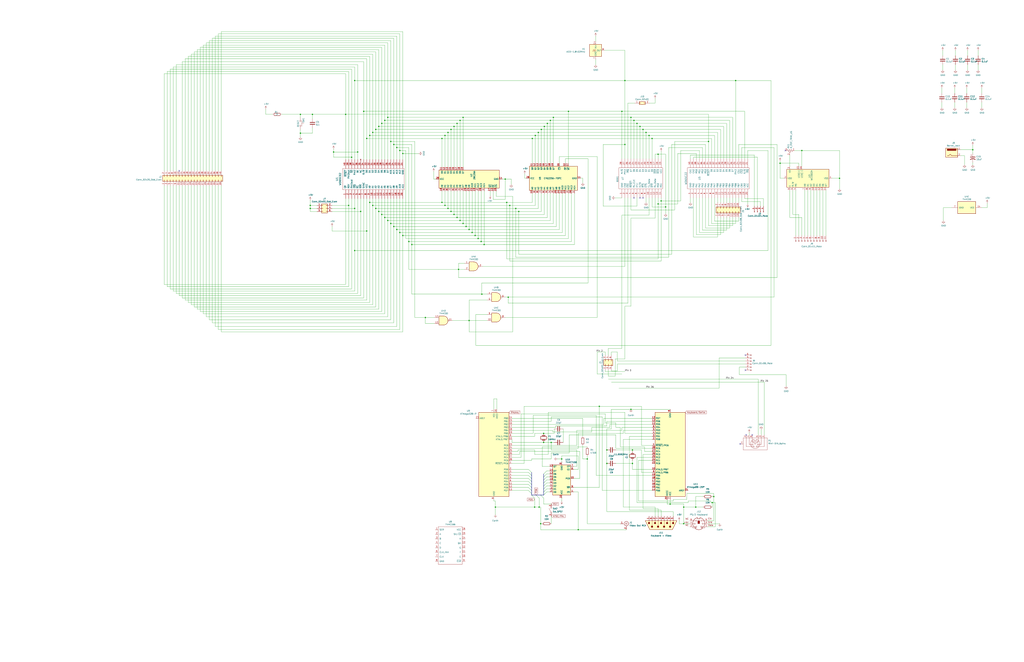
<source format=kicad_sch>
(kicad_sch (version 20231120) (generator "eeschema") (generator_version "8.0")
  (paper "D")
  (lib_symbols
    (symbol "+5V_1" (power) (pin_numbers hide) (pin_names (offset 0) hide)
      (property "Value" "+5V" (at 0 3.556 0))
      (symbol "+5V_1_1_1"
        (pin power_in line (at 0 0 90) (length 0) (name "~") (number "1"))
      )
    )
    (symbol "+5V_2" (power) (pin_numbers hide) (pin_names (offset 0) hide)
      (property "Value" "+5V" (at 0 3.556 0))
      (symbol "+5V_2_1_1"
        (pin power_in line (at 0 0 90) (length 0) (name "~") (number "1"))
      )
    )
    (symbol "6502 Computer-rescue:+5V-power" (power) (pin_names (offset 0))
      (property "Value" "power_+5V" (at 0 3.556 0))
      (symbol "+5V-power_1_1"
        (pin power_in line (at 0 0 90) (length 0) hide (name "+5V") (number "1"))
      )
    )
    (symbol "6502 Computer-rescue:ACO-xxxMHz-Oscillator" (pin_names (offset 0.254))
      (property "Reference" "X" (at -5.08 6.35 0))
      (property "Value" "Oscillator_ACO-xxxMHz" (at 1.27 -6.35 0))
      (symbol "ACO-xxxMHz-Oscillator_1_1"
        (pin no_connect line (at -7.62 0 0) (length 2.54) hide (name "NC") (number "1"))
        (pin power_in line (at 0 7.62 270) (length 2.54) (name "Vcc") (number "14"))
        (pin power_in line (at 0 -7.62 90) (length 2.54) (name "GND") (number "7"))
        (pin output line (at 7.62 0 180) (length 2.54) (name "OUT") (number "8"))
      )
    )
    (symbol "6502 Computer-rescue:CP1-Device" (pin_numbers hide) (pin_names (offset 0.254) hide)
      (property "Reference" "C" (at 0.635 2.54 0))
      (property "Value" "Device_CP1" (at 0.635 -2.54 0))
      (symbol "CP1-Device_1_1"
        (pin passive line (at 0 3.81 270) (length 2.794) (name "~") (number "1"))
        (pin passive line (at 0 -3.81 90) (length 3.302) (name "~") (number "2"))
      )
    )
    (symbol "6502 Computer-rescue:Conn_01x04_Male-Connector" (pin_names (offset 1.016) hide)
      (property "Reference" "J" (at 0 5.08 0))
      (property "Value" "Connector_Conn_01x04_Male" (at 0 -7.62 0))
      (symbol "Conn_01x04_Male-Connector_1_1"
        (pin passive line (at 5.08 2.54 180) (length 3.81) (name "Pin_1") (number "1"))
        (pin passive line (at 5.08 0 180) (length 3.81) (name "Pin_2") (number "2"))
        (pin passive line (at 5.08 -2.54 180) (length 3.81) (name "Pin_3") (number "3"))
        (pin passive line (at 5.08 -5.08 180) (length 3.81) (name "Pin_4") (number "4"))
      )
    )
    (symbol "6502 Computer-rescue:Conn_01x06_Male-Connector" (pin_names (offset 1.016) hide)
      (property "Reference" "J" (at 0 7.62 0))
      (property "Value" "Connector_Conn_01x06_Male" (at 0 -10.16 0))
      (symbol "Conn_01x06_Male-Connector_1_1"
        (pin passive line (at 5.08 5.08 180) (length 3.81) (name "Pin_1") (number "1"))
        (pin passive line (at 5.08 2.54 180) (length 3.81) (name "Pin_2") (number "2"))
        (pin passive line (at 5.08 0 180) (length 3.81) (name "Pin_3") (number "3"))
        (pin passive line (at 5.08 -2.54 180) (length 3.81) (name "Pin_4") (number "4"))
        (pin passive line (at 5.08 -5.08 180) (length 3.81) (name "Pin_5") (number "5"))
        (pin passive line (at 5.08 -7.62 180) (length 3.81) (name "Pin_6") (number "6"))
      )
    )
    (symbol "6502 Computer-rescue:Conn_01x11_Male-Connector" (pin_names (offset 1.016) hide)
      (property "Reference" "J" (at 0 15.24 0))
      (property "Value" "Connector_Conn_01x11_Male" (at 0 -15.24 0))
      (symbol "Conn_01x11_Male-Connector_1_1"
        (pin passive line (at 5.08 12.7 180) (length 3.81) (name "Pin_1") (number "1"))
        (pin passive line (at 5.08 -10.16 180) (length 3.81) (name "Pin_10") (number "10"))
        (pin passive line (at 5.08 -12.7 180) (length 3.81) (name "Pin_11") (number "11"))
        (pin passive line (at 5.08 10.16 180) (length 3.81) (name "Pin_2") (number "2"))
        (pin passive line (at 5.08 7.62 180) (length 3.81) (name "Pin_3") (number "3"))
        (pin passive line (at 5.08 5.08 180) (length 3.81) (name "Pin_4") (number "4"))
        (pin passive line (at 5.08 2.54 180) (length 3.81) (name "Pin_5") (number "5"))
        (pin passive line (at 5.08 0 180) (length 3.81) (name "Pin_6") (number "6"))
        (pin passive line (at 5.08 -2.54 180) (length 3.81) (name "Pin_7") (number "7"))
        (pin passive line (at 5.08 -5.08 180) (length 3.81) (name "Pin_8") (number "8"))
        (pin passive line (at 5.08 -7.62 180) (length 3.81) (name "Pin_9") (number "9"))
      )
    )
    (symbol "6502 Computer-rescue:GND-power" (power) (pin_names (offset 0))
      (property "Value" "power_GND" (at 0 -3.81 0))
      (symbol "GND-power_1_1"
        (pin power_in line (at 0 0 270) (length 0) hide (name "GND") (number "1"))
      )
    )
    (symbol "6502 Computer-rescue:R_POT_TRIM_US-Device" (pin_names (offset 1.016) hide)
      (property "Reference" "RV" (at -4.445 0 90))
      (property "Value" "Device_R_POT_TRIM_US" (at -2.54 0 90))
      (symbol "R_POT_TRIM_US-Device_1_1"
        (pin passive line (at 0 3.81 270) (length 1.27) (name "1") (number "1"))
        (pin passive line (at 3.81 0 180) (length 1.27) (name "2") (number "2"))
        (pin passive line (at 0 -3.81 90) (length 1.27) (name "3") (number "3"))
      )
    )
    (symbol "6502-Computer-rescue:6551" (pin_names (offset 1.016))
      (property "Reference" "U" (at 0 0 0))
      (property "Value" "6551" (at 0 0 0))
      (symbol "6551_1_1"
        (pin input line (at -16.51 -3.81 0) (length 7.62) (name "GND") (number "1"))
        (pin input line (at -16.51 -26.67 0) (length 7.62) (name "Tx_Data") (number "10"))
        (pin input line (at -16.51 -29.21 0) (length 7.62) (name "~{DTR}") (number "11"))
        (pin input line (at -16.51 -31.75 0) (length 7.62) (name "Rx_Data") (number "12"))
        (pin input line (at -16.51 -34.29 0) (length 7.62) (name "RS0") (number "13"))
        (pin input line (at -16.51 -36.83 0) (length 7.62) (name "RS1") (number "14"))
        (pin power_in line (at 16.51 -36.83 180) (length 7.62) (name "VCC") (number "15"))
        (pin input line (at 16.51 -34.29 180) (length 7.62) (name "~{DCD}") (number "16"))
        (pin input line (at 16.51 -31.75 180) (length 7.62) (name "~{DSR}") (number "17"))
        (pin bidirectional line (at 16.51 -29.21 180) (length 7.62) (name "D0") (number "18"))
        (pin bidirectional line (at 16.51 -26.67 180) (length 7.62) (name "D1") (number "19"))
        (pin input line (at -16.51 -6.35 0) (length 7.62) (name "CS0") (number "2"))
        (pin bidirectional line (at 16.51 -24.13 180) (length 7.62) (name "D2") (number "20"))
        (pin bidirectional line (at 16.51 -21.59 180) (length 7.62) (name "D3") (number "21"))
        (pin bidirectional line (at 16.51 -19.05 180) (length 7.62) (name "D4") (number "22"))
        (pin bidirectional line (at 16.51 -16.51 180) (length 7.62) (name "D5") (number "23"))
        (pin bidirectional line (at 16.51 -13.97 180) (length 7.62) (name "D6") (number "24"))
        (pin bidirectional line (at 16.51 -11.43 180) (length 7.62) (name "D7") (number "25"))
        (pin output line (at 16.51 -8.89 180) (length 7.62) (name "~{IRQ}") (number "26"))
        (pin input line (at 16.51 -6.35 180) (length 7.62) (name "PHI2") (number "27"))
        (pin input line (at 16.51 -3.81 180) (length 7.62) (name "R/~{W}") (number "28"))
        (pin input line (at -16.51 -8.89 0) (length 7.62) (name "~{CS1}") (number "3"))
        (pin input line (at -16.51 -11.43 0) (length 7.62) (name "~{RESET}") (number "4"))
        (pin input line (at -16.51 -13.97 0) (length 7.62) (name "Rx_CLK") (number "5"))
        (pin input line (at -16.51 -16.51 0) (length 7.62) (name "XTLI") (number "6"))
        (pin input line (at -16.51 -19.05 0) (length 7.62) (name "XLT0") (number "7"))
        (pin input line (at -16.51 -21.59 0) (length 7.62) (name "~{RTS}") (number "8"))
        (pin input line (at -16.51 -24.13 0) (length 7.62) (name "~{CTS}") (number "9"))
      )
    )
    (symbol "6502-Computer-rescue:WD65C02-65xx-6502-Computer-rescue" (pin_names (offset 1.016))
      (property "Reference" "U" (at 0 -29.21 0))
      (property "Value" "WD65C02-65xx-6502-Computer-rescue" (at 0 -2.54 90))
      (symbol "WD65C02-65xx-6502-Computer-rescue_1_1"
        (pin output line (at -16.51 22.86 0) (length 7.62) (name "~{VP}") (number "1"))
        (pin output line (at -16.51 0 0) (length 7.62) (name "A1") (number "10"))
        (pin output line (at -16.51 -2.54 0) (length 7.62) (name "A2") (number "11"))
        (pin output line (at -16.51 -5.08 0) (length 7.62) (name "A3") (number "12"))
        (pin output line (at -16.51 -7.62 0) (length 7.62) (name "A4") (number "13"))
        (pin output line (at -16.51 -10.16 0) (length 7.62) (name "A5") (number "14"))
        (pin output line (at -16.51 -12.7 0) (length 7.62) (name "A6") (number "15"))
        (pin output line (at -16.51 -15.24 0) (length 7.62) (name "A7") (number "16"))
        (pin output line (at -16.51 -17.78 0) (length 7.62) (name "A8") (number "17"))
        (pin output line (at -16.51 -20.32 0) (length 7.62) (name "A9") (number "18"))
        (pin output line (at -16.51 -22.86 0) (length 7.62) (name "A10") (number "19"))
        (pin bidirectional line (at -16.51 20.32 0) (length 7.62) (name "RDY") (number "2"))
        (pin output line (at -16.51 -25.4 0) (length 7.62) (name "A11") (number "20"))
        (pin power_in line (at 16.51 -25.4 180) (length 7.62) (name "GND") (number "21"))
        (pin output line (at 16.51 -22.86 180) (length 7.62) (name "A12") (number "22"))
        (pin output line (at 16.51 -20.32 180) (length 7.62) (name "A13") (number "23"))
        (pin output line (at 16.51 -17.78 180) (length 7.62) (name "A14") (number "24"))
        (pin output line (at 16.51 -15.24 180) (length 7.62) (name "A15") (number "25"))
        (pin tri_state line (at 16.51 -12.7 180) (length 7.62) (name "D7") (number "26"))
        (pin tri_state line (at 16.51 -10.16 180) (length 7.62) (name "D6") (number "27"))
        (pin tri_state line (at 16.51 -7.62 180) (length 7.62) (name "D5") (number "28"))
        (pin tri_state line (at 16.51 -5.08 180) (length 7.62) (name "D4") (number "29"))
        (pin output line (at -16.51 17.78 0) (length 7.62) (name "PHI1out") (number "3"))
        (pin tri_state line (at 16.51 -2.54 180) (length 7.62) (name "D3") (number "30"))
        (pin tri_state line (at 16.51 0 180) (length 7.62) (name "D2") (number "31"))
        (pin tri_state line (at 16.51 2.54 180) (length 7.62) (name "D1") (number "32"))
        (pin tri_state line (at 16.51 5.08 180) (length 7.62) (name "D0") (number "33"))
        (pin output line (at 16.51 7.62 180) (length 7.62) (name "R/~{W}") (number "34"))
        (pin no_connect line (at 16.51 10.16 180) (length 7.62) (name "NC") (number "35"))
        (pin input line (at 16.51 12.7 180) (length 7.62) (name "BE") (number "36"))
        (pin input line (at 16.51 15.24 180) (length 7.62) (name "PHI2") (number "37"))
        (pin output line (at 16.51 17.78 180) (length 7.62) (name "~{SO}") (number "38"))
        (pin output line (at 16.51 20.32 180) (length 7.62) (name "PHI2out") (number "39"))
        (pin input line (at -16.51 15.24 0) (length 7.62) (name "~{IRQ}") (number "4"))
        (pin input line (at 16.51 22.86 180) (length 7.62) (name "~{RESET}") (number "40"))
        (pin output line (at -16.51 12.7 0) (length 7.62) (name "~{ML}") (number "5"))
        (pin input line (at -16.51 10.16 0) (length 7.62) (name "~{NMI}") (number "6"))
        (pin output line (at -16.51 7.62 0) (length 7.62) (name "SYNC") (number "7"))
        (pin power_in line (at -16.51 5.08 0) (length 7.62) (name "VCC") (number "8"))
        (pin output line (at -16.51 2.54 0) (length 7.62) (name "A0") (number "9"))
      )
    )
    (symbol "6502-Computer-rescue:WD65C22-65xx-6502-Computer-rescue" (pin_names (offset 1.016))
      (property "Reference" "U" (at 0 -29.21 0))
      (property "Value" "WD65C22-65xx-6502-Computer-rescue" (at 0 -2.54 90))
      (symbol "WD65C22-65xx-6502-Computer-rescue_1_1"
        (pin output line (at -16.51 22.86 0) (length 7.62) (name "GND") (number "1"))
        (pin bidirectional line (at -16.51 0 0) (length 7.62) (name "PB0") (number "10"))
        (pin bidirectional line (at -16.51 -2.54 0) (length 7.62) (name "PB1") (number "11"))
        (pin bidirectional line (at -16.51 -5.08 0) (length 7.62) (name "PB2") (number "12"))
        (pin bidirectional line (at -16.51 -7.62 0) (length 7.62) (name "PB3") (number "13"))
        (pin bidirectional line (at -16.51 -10.16 0) (length 7.62) (name "PB4") (number "14"))
        (pin bidirectional line (at -16.51 -12.7 0) (length 7.62) (name "PB5") (number "15"))
        (pin bidirectional line (at -16.51 -15.24 0) (length 7.62) (name "PB6") (number "16"))
        (pin bidirectional line (at -16.51 -17.78 0) (length 7.62) (name "PB7") (number "17"))
        (pin bidirectional line (at -16.51 -20.32 0) (length 7.62) (name "CB1") (number "18"))
        (pin output line (at -16.51 -22.86 0) (length 7.62) (name "CB2") (number "19"))
        (pin bidirectional line (at -16.51 20.32 0) (length 7.62) (name "PA0") (number "2"))
        (pin power_in line (at -16.51 -25.4 0) (length 7.62) (name "VCC") (number "20"))
        (pin output line (at 16.51 -25.4 180) (length 7.62) (name "~{IRQ}") (number "21"))
        (pin input line (at 16.51 -22.86 180) (length 7.62) (name "R/~{W}") (number "22"))
        (pin input line (at 16.51 -20.32 180) (length 7.62) (name "~{CS2}") (number "23"))
        (pin input line (at 16.51 -17.78 180) (length 7.62) (name "CS1") (number "24"))
        (pin input line (at 16.51 -15.24 180) (length 7.62) (name "PHI2") (number "25"))
        (pin tri_state line (at 16.51 -12.7 180) (length 7.62) (name "D7") (number "26"))
        (pin tri_state line (at 16.51 -10.16 180) (length 7.62) (name "D6") (number "27"))
        (pin tri_state line (at 16.51 -7.62 180) (length 7.62) (name "D5") (number "28"))
        (pin tri_state line (at 16.51 -5.08 180) (length 7.62) (name "D4") (number "29"))
        (pin bidirectional line (at -16.51 17.78 0) (length 7.62) (name "PA1") (number "3"))
        (pin tri_state line (at 16.51 -2.54 180) (length 7.62) (name "D3") (number "30"))
        (pin tri_state line (at 16.51 0 180) (length 7.62) (name "D2") (number "31"))
        (pin tri_state line (at 16.51 2.54 180) (length 7.62) (name "D1") (number "32"))
        (pin tri_state line (at 16.51 5.08 180) (length 7.62) (name "D0") (number "33"))
        (pin input line (at 16.51 7.62 180) (length 7.62) (name "~{RESET}") (number "34"))
        (pin input line (at 16.51 10.16 180) (length 7.62) (name "RS3") (number "35"))
        (pin input line (at 16.51 12.7 180) (length 7.62) (name "RS2") (number "36"))
        (pin input line (at 16.51 15.24 180) (length 7.62) (name "RS1") (number "37"))
        (pin input line (at 16.51 17.78 180) (length 7.62) (name "RS0") (number "38"))
        (pin bidirectional line (at 16.51 20.32 180) (length 7.62) (name "CA2") (number "39"))
        (pin bidirectional line (at -16.51 15.24 0) (length 7.62) (name "PA2") (number "4"))
        (pin bidirectional line (at 16.51 22.86 180) (length 7.62) (name "CA1") (number "40"))
        (pin bidirectional line (at -16.51 12.7 0) (length 7.62) (name "PA3") (number "5"))
        (pin bidirectional line (at -16.51 10.16 0) (length 7.62) (name "PA4") (number "6"))
        (pin bidirectional line (at -16.51 7.62 0) (length 7.62) (name "PA5") (number "7"))
        (pin bidirectional line (at -16.51 5.08 0) (length 7.62) (name "PA6") (number "8"))
        (pin bidirectional line (at -16.51 2.54 0) (length 7.62) (name "PA7") (number "9"))
      )
    )
    (symbol "74hc166:74HC166" (pin_names (offset 1.016))
      (property "Reference" "U" (at 0 -2.54 0))
      (property "Value" "74HC166" (at 0 -5.08 0))
      (symbol "74HC166_1_1"
        (pin input line (at -12.7 -8.89 0) (length 2.54) (name "SER") (number "1"))
        (pin input line (at 12.7 -31.75 180) (length 2.54) (name "E") (number "10"))
        (pin input line (at 12.7 -27.94 180) (length 2.54) (name "F") (number "11"))
        (pin input line (at 12.7 -24.13 180) (length 2.54) (name "G") (number "12"))
        (pin output line (at 12.7 -20.32 180) (length 2.54) (name "QH") (number "13"))
        (pin input line (at 12.7 -16.51 180) (length 2.54) (name "H") (number "14"))
        (pin input line (at 12.7 -12.7 180) (length 2.54) (name "SH/~{LD}") (number "15"))
        (pin input line (at 12.7 -8.89 180) (length 2.54) (name "VCC") (number "16"))
        (pin input line (at -12.7 -12.7 0) (length 2.54) (name "A") (number "2"))
        (pin input line (at -12.7 -16.51 0) (length 2.54) (name "B") (number "3"))
        (pin input line (at -12.7 -20.32 0) (length 2.54) (name "C") (number "4"))
        (pin input line (at -12.7 -24.13 0) (length 2.54) (name "D") (number "5"))
        (pin input line (at -12.7 -27.94 0) (length 2.54) (name "CLK_INH") (number "6"))
        (pin input line (at -12.7 -31.75 0) (length 2.54) (name "CLK") (number "7"))
        (pin input line (at -12.7 -35.56 0) (length 2.54) (name "GND") (number "8"))
        (pin input line (at 12.7 -35.56 180) (length 2.54) (name "~{CLR}") (number "9"))
      )
    )
    (symbol "74xx:74HC00" (pin_names (offset 1.016))
      (property "Reference" "U" (at 0 1.27 0))
      (property "Value" "74HC00" (at 0 -1.27 0))
      (symbol "74HC00_1_1"
        (pin input line (at -7.62 2.54 0) (length 3.81) (name "~") (number "1"))
        (pin input line (at -7.62 -2.54 0) (length 3.81) (name "~") (number "2"))
        (pin output inverted (at 7.62 0 180) (length 3.81) (name "~") (number "3"))
      )
      (symbol "74HC00_1_2"
        (pin input inverted (at -7.62 2.54 0) (length 4.318) (name "~") (number "1"))
        (pin input inverted (at -7.62 -2.54 0) (length 4.318) (name "~") (number "2"))
        (pin output line (at 7.62 0 180) (length 3.81) (name "~") (number "3"))
      )
      (symbol "74HC00_2_1"
        (pin input line (at -7.62 2.54 0) (length 3.81) (name "~") (number "4"))
        (pin input line (at -7.62 -2.54 0) (length 3.81) (name "~") (number "5"))
        (pin output inverted (at 7.62 0 180) (length 3.81) (name "~") (number "6"))
      )
      (symbol "74HC00_2_2"
        (pin input inverted (at -7.62 2.54 0) (length 4.318) (name "~") (number "4"))
        (pin input inverted (at -7.62 -2.54 0) (length 4.318) (name "~") (number "5"))
        (pin output line (at 7.62 0 180) (length 3.81) (name "~") (number "6"))
      )
      (symbol "74HC00_3_1"
        (pin input line (at -7.62 -2.54 0) (length 3.81) (name "~") (number "10"))
        (pin output inverted (at 7.62 0 180) (length 3.81) (name "~") (number "8"))
        (pin input line (at -7.62 2.54 0) (length 3.81) (name "~") (number "9"))
      )
      (symbol "74HC00_3_2"
        (pin input inverted (at -7.62 -2.54 0) (length 4.318) (name "~") (number "10"))
        (pin output line (at 7.62 0 180) (length 3.81) (name "~") (number "8"))
        (pin input inverted (at -7.62 2.54 0) (length 4.318) (name "~") (number "9"))
      )
      (symbol "74HC00_4_1"
        (pin output inverted (at 7.62 0 180) (length 3.81) (name "~") (number "11"))
        (pin input line (at -7.62 2.54 0) (length 3.81) (name "~") (number "12"))
        (pin input line (at -7.62 -2.54 0) (length 3.81) (name "~") (number "13"))
      )
      (symbol "74HC00_4_2"
        (pin output line (at 7.62 0 180) (length 3.81) (name "~") (number "11"))
        (pin input inverted (at -7.62 2.54 0) (length 4.318) (name "~") (number "12"))
        (pin input inverted (at -7.62 -2.54 0) (length 4.318) (name "~") (number "13"))
      )
      (symbol "74HC00_5_0"
        (pin power_in line (at 0 12.7 270) (length 5.08) (name "VCC") (number "14"))
        (pin power_in line (at 0 -12.7 90) (length 5.08) (name "GND") (number "7"))
      )
    )
    (symbol "74xx:74HCT164"
      (property "Reference" "U1" (at -3.048 -18.542 0))
      (property "Value" "74HCT166" (at -3.048 -16.256 0))
      (symbol "74HCT164_1_1"
        (pin input line (at -10.16 8.89 0) (length 2.54) (name "DS") (number "1"))
        (pin output line (at 10.16 -1.27 180) (length 2.54) (name "D4") (number "10"))
        (pin output line (at 10.16 -3.81 180) (length 2.54) (name "D5") (number "11"))
        (pin output line (at 10.16 -6.35 180) (length 2.54) (name "D6") (number "12"))
        (pin output line (at 10.16 -12.7 180) (length 2.54) (name "Q7") (number "13"))
        (pin output line (at 10.16 -8.89 180) (length 2.54) (name "D7") (number "14"))
        (pin input line (at -10.16 -2.54 0) (length 2.54) (name "PEB") (number "15"))
        (pin power_in line (at 0 13.97 270) (length 2.54) (name "VCC") (number "16"))
        (pin output line (at 10.16 8.89 180) (length 2.54) (name "D0") (number "2"))
        (pin output line (at 10.16 6.35 180) (length 2.54) (name "D1") (number "3"))
        (pin output line (at 10.16 3.81 180) (length 2.54) (name "D2") (number "4"))
        (pin output line (at 10.16 1.27 180) (length 2.54) (name "D3") (number "5"))
        (pin input line (at -10.16 -10.16 0) (length 2.54) (name "CE") (number "6"))
        (pin input line (at -10.16 -12.7 0) (length 2.54) (name "CP") (number "7"))
        (pin power_in line (at 0 -16.51 90) (length 2.54) (name "GND") (number "8"))
        (pin input line (at -10.16 5.08 0) (length 2.54) (name "~{MR}") (number "9"))
      )
    )
    (symbol "Connector:Barrel_Jack" (pin_names (offset 1.016))
      (property "Reference" "J" (at 0 5.334 0))
      (property "Value" "Barrel_Jack" (at 0 -5.08 0))
      (symbol "Barrel_Jack_1_1"
        (pin passive line (at 7.62 2.54 180) (length 2.54) (name "~") (number "1"))
        (pin passive line (at 7.62 -2.54 180) (length 2.54) (name "~") (number "2"))
      )
    )
    (symbol "Connector:Conn_Coaxial" (pin_names (offset 1.016) hide)
      (property "Reference" "J" (at 0.254 3.048 0))
      (property "Value" "Conn_Coaxial" (at 2.921 0 90))
      (symbol "Conn_Coaxial_1_1"
        (pin passive line (at -5.08 0 0) (length 2.54) (name "In") (number "1"))
        (pin passive line (at 0 -5.08 90) (length 2.54) (name "Ext") (number "2"))
      )
    )
    (symbol "Connector:DE9_Plug" (pin_names (offset 1.016) hide)
      (property "Reference" "J" (at 0 13.97 0))
      (property "Value" "DE9_Plug" (at 0 -14.605 0))
      (symbol "DE9_Plug_1_1"
        (pin passive line (at -7.62 -10.16 0) (length 3.81) (name "1") (number "1"))
        (pin passive line (at -7.62 -5.08 0) (length 3.81) (name "2") (number "2"))
        (pin passive line (at -7.62 0 0) (length 3.81) (name "3") (number "3"))
        (pin passive line (at -7.62 5.08 0) (length 3.81) (name "4") (number "4"))
        (pin passive line (at -7.62 10.16 0) (length 3.81) (name "5") (number "5"))
        (pin passive line (at -7.62 -7.62 0) (length 3.81) (name "6") (number "6"))
        (pin passive line (at -7.62 -2.54 0) (length 3.81) (name "7") (number "7"))
        (pin passive line (at -7.62 2.54 0) (length 3.81) (name "8") (number "8"))
        (pin passive line (at -7.62 7.62 0) (length 3.81) (name "9") (number "9"))
      )
    )
    (symbol "Connector:Mini-DIN-6" (pin_names (offset 1.016))
      (property "Reference" "J3" (at 0.0177 10.16 0))
      (property "Value" "PS/2 Keyboard" (at 0.0177 7.62 0))
      (symbol "Mini-DIN-6_1_1"
        (text "+5V\n" (at -10.668 1.016 0) (effects (font (size 1.27 1.27))))
        (text "Clk\n" (at 9.398 4.318 0) (effects (font (size 1.27 1.27))))
        (text "Data\n" (at 10.16 -1.27 0) (effects (font (size 1.27 1.27))))
        (text "Gnd\n" (at 9.652 1.27 0) (effects (font (size 1.27 1.27))))
        (text "NC" (at -9.906 -1.27 0) (effects (font (size 1.27 1.27))))
        (text "NC\n" (at -9.906 4.064 0) (effects (font (size 1.27 1.27))))
        (pin passive line (at 7.62 -2.54 180) (length 2.54) (name "~") (number "1"))
        (pin passive line (at -7.62 -2.54 0) (length 2.54) (name "~") (number "2"))
        (pin passive line (at 7.62 0 180) (length 2.54) (name "~") (number "3"))
        (pin passive line (at -7.62 0 0) (length 2.54) (name "~") (number "4"))
        (pin passive line (at 7.62 2.54 180) (length 2.54) (name "~") (number "5"))
        (pin passive line (at -7.62 2.54 0) (length 2.54) (name "~") (number "6"))
      )
    )
    (symbol "Connector_Generic:Conn_02x01" (pin_names (offset 1.016) hide)
      (property "Reference" "J" (at 1.27 2.54 0))
      (property "Value" "Conn_02x01" (at 1.27 -2.54 0))
      (symbol "Conn_02x01_1_1"
        (pin passive line (at -5.08 0 0) (length 3.81) (name "Pin_1") (number "1"))
        (pin passive line (at 7.62 0 180) (length 3.81) (name "Pin_2") (number "2"))
      )
    )
    (symbol "Connector_Generic:Conn_02x03_Odd_Even" (pin_names (offset 1.016) hide)
      (property "Reference" "J" (at 1.27 5.08 0))
      (property "Value" "Conn_02x03_Odd_Even" (at 1.27 -5.08 0))
      (symbol "Conn_02x03_Odd_Even_1_1"
        (pin passive line (at -5.08 2.54 0) (length 3.81) (name "Pin_1") (number "1"))
        (pin passive line (at 7.62 2.54 180) (length 3.81) (name "Pin_2") (number "2"))
        (pin passive line (at -5.08 0 0) (length 3.81) (name "Pin_3") (number "3"))
        (pin passive line (at 7.62 0 180) (length 3.81) (name "Pin_4") (number "4"))
        (pin passive line (at -5.08 -2.54 0) (length 3.81) (name "Pin_5") (number "5"))
        (pin passive line (at 7.62 -2.54 180) (length 3.81) (name "Pin_6") (number "6"))
      )
    )
    (symbol "Connector_Generic:Conn_02x08_Odd_Even" (pin_names (offset 1.016) hide)
      (property "Reference" "J" (at 1.27 10.16 0))
      (property "Value" "Conn_02x08_Odd_Even" (at 1.27 -12.7 0))
      (symbol "Conn_02x08_Odd_Even_1_1"
        (pin passive line (at -5.08 7.62 0) (length 3.81) (name "Pin_1") (number "1"))
        (pin passive line (at 7.62 -2.54 180) (length 3.81) (name "Pin_10") (number "10"))
        (pin passive line (at -5.08 -5.08 0) (length 3.81) (name "Pin_11") (number "11"))
        (pin passive line (at 7.62 -5.08 180) (length 3.81) (name "Pin_12") (number "12"))
        (pin passive line (at -5.08 -7.62 0) (length 3.81) (name "Pin_13") (number "13"))
        (pin passive line (at 7.62 -7.62 180) (length 3.81) (name "Pin_14") (number "14"))
        (pin passive line (at -5.08 -10.16 0) (length 3.81) (name "Pin_15") (number "15"))
        (pin passive line (at 7.62 -10.16 180) (length 3.81) (name "Pin_16") (number "16"))
        (pin passive line (at 7.62 7.62 180) (length 3.81) (name "Pin_2") (number "2"))
        (pin passive line (at -5.08 5.08 0) (length 3.81) (name "Pin_3") (number "3"))
        (pin passive line (at 7.62 5.08 180) (length 3.81) (name "Pin_4") (number "4"))
        (pin passive line (at -5.08 2.54 0) (length 3.81) (name "Pin_5") (number "5"))
        (pin passive line (at 7.62 2.54 180) (length 3.81) (name "Pin_6") (number "6"))
        (pin passive line (at -5.08 0 0) (length 3.81) (name "Pin_7") (number "7"))
        (pin passive line (at 7.62 0 180) (length 3.81) (name "Pin_8") (number "8"))
        (pin passive line (at -5.08 -2.54 0) (length 3.81) (name "Pin_9") (number "9"))
      )
    )
    (symbol "Connector_Generic:Conn_02x20_Odd_Even" (pin_names (offset 1.016) hide)
      (property "Reference" "J" (at 1.27 25.4 0))
      (property "Value" "Conn_02x20_Odd_Even" (at 1.27 -27.94 0))
      (symbol "Conn_02x20_Odd_Even_1_1"
        (pin passive line (at -5.08 22.86 0) (length 3.81) (name "Pin_1") (number "1"))
        (pin passive line (at 7.62 12.7 180) (length 3.81) (name "Pin_10") (number "10"))
        (pin passive line (at -5.08 10.16 0) (length 3.81) (name "Pin_11") (number "11"))
        (pin passive line (at 7.62 10.16 180) (length 3.81) (name "Pin_12") (number "12"))
        (pin passive line (at -5.08 7.62 0) (length 3.81) (name "Pin_13") (number "13"))
        (pin passive line (at 7.62 7.62 180) (length 3.81) (name "Pin_14") (number "14"))
        (pin passive line (at -5.08 5.08 0) (length 3.81) (name "Pin_15") (number "15"))
        (pin passive line (at 7.62 5.08 180) (length 3.81) (name "Pin_16") (number "16"))
        (pin passive line (at -5.08 2.54 0) (length 3.81) (name "Pin_17") (number "17"))
        (pin passive line (at 7.62 2.54 180) (length 3.81) (name "Pin_18") (number "18"))
        (pin passive line (at -5.08 0 0) (length 3.81) (name "Pin_19") (number "19"))
        (pin passive line (at 7.62 22.86 180) (length 3.81) (name "Pin_2") (number "2"))
        (pin passive line (at 7.62 0 180) (length 3.81) (name "Pin_20") (number "20"))
        (pin passive line (at -5.08 -2.54 0) (length 3.81) (name "Pin_21") (number "21"))
        (pin passive line (at 7.62 -2.54 180) (length 3.81) (name "Pin_22") (number "22"))
        (pin passive line (at -5.08 -5.08 0) (length 3.81) (name "Pin_23") (number "23"))
        (pin passive line (at 7.62 -5.08 180) (length 3.81) (name "Pin_24") (number "24"))
        (pin passive line (at -5.08 -7.62 0) (length 3.81) (name "Pin_25") (number "25"))
        (pin passive line (at 7.62 -7.62 180) (length 3.81) (name "Pin_26") (number "26"))
        (pin passive line (at -5.08 -10.16 0) (length 3.81) (name "Pin_27") (number "27"))
        (pin passive line (at 7.62 -10.16 180) (length 3.81) (name "Pin_28") (number "28"))
        (pin passive line (at -5.08 -12.7 0) (length 3.81) (name "Pin_29") (number "29"))
        (pin passive line (at -5.08 20.32 0) (length 3.81) (name "Pin_3") (number "3"))
        (pin passive line (at 7.62 -12.7 180) (length 3.81) (name "Pin_30") (number "30"))
        (pin passive line (at -5.08 -15.24 0) (length 3.81) (name "Pin_31") (number "31"))
        (pin passive line (at 7.62 -15.24 180) (length 3.81) (name "Pin_32") (number "32"))
        (pin passive line (at -5.08 -17.78 0) (length 3.81) (name "Pin_33") (number "33"))
        (pin passive line (at 7.62 -17.78 180) (length 3.81) (name "Pin_34") (number "34"))
        (pin passive line (at -5.08 -20.32 0) (length 3.81) (name "Pin_35") (number "35"))
        (pin passive line (at 7.62 -20.32 180) (length 3.81) (name "Pin_36") (number "36"))
        (pin passive line (at -5.08 -22.86 0) (length 3.81) (name "Pin_37") (number "37"))
        (pin passive line (at 7.62 -22.86 180) (length 3.81) (name "Pin_38") (number "38"))
        (pin passive line (at -5.08 -25.4 0) (length 3.81) (name "Pin_39") (number "39"))
        (pin passive line (at 7.62 20.32 180) (length 3.81) (name "Pin_4") (number "4"))
        (pin passive line (at 7.62 -25.4 180) (length 3.81) (name "Pin_40") (number "40"))
        (pin passive line (at -5.08 17.78 0) (length 3.81) (name "Pin_5") (number "5"))
        (pin passive line (at 7.62 17.78 180) (length 3.81) (name "Pin_6") (number "6"))
        (pin passive line (at -5.08 15.24 0) (length 3.81) (name "Pin_7") (number "7"))
        (pin passive line (at 7.62 15.24 180) (length 3.81) (name "Pin_8") (number "8"))
        (pin passive line (at -5.08 12.7 0) (length 3.81) (name "Pin_9") (number "9"))
      )
    )
    (symbol "Device:C" (pin_numbers hide) (pin_names (offset 0.254))
      (property "Reference" "C" (at 0.635 2.54 0))
      (property "Value" "C" (at 0.635 -2.54 0))
      (symbol "C_1_1"
        (pin passive line (at 0 3.81 270) (length 2.794) (name "~") (number "1"))
        (pin passive line (at 0 -3.81 90) (length 2.794) (name "~") (number "2"))
      )
    )
    (symbol "Device:Crystal" (pin_numbers hide) (pin_names (offset 1.016) hide)
      (property "Reference" "Y" (at 0 3.81 0))
      (property "Value" "Crystal" (at 0 -3.81 0))
      (symbol "Crystal_1_1"
        (pin passive line (at -3.81 0 0) (length 1.27) (name "1") (number "1"))
        (pin passive line (at 3.81 0 180) (length 1.27) (name "2") (number "2"))
      )
    )
    (symbol "Device:R" (pin_numbers hide) (pin_names (offset 0))
      (property "Reference" "R" (at 2.032 0 90))
      (property "Value" "R" (at 0 0 90))
      (symbol "R_1_1"
        (pin passive line (at 0 3.81 270) (length 1.27) (name "~") (number "1"))
        (pin passive line (at 0 -3.81 90) (length 1.27) (name "~") (number "2"))
      )
    )
    (symbol "Display_Character:WC1602A"
      (property "Reference" "DS" (at -5.842 19.05 0))
      (property "Value" "WC1602A" (at 5.334 19.05 0))
      (symbol "WC1602A_1_1"
        (pin power_in line (at 0 -20.32 90) (length 2.54) (name "VSS") (number "1"))
        (pin input line (at -10.16 -5.08 0) (length 2.54) (name "D3") (number "10"))
        (pin input line (at -10.16 -7.62 0) (length 2.54) (name "D4") (number "11"))
        (pin input line (at -10.16 -10.16 0) (length 2.54) (name "D5") (number "12"))
        (pin input line (at -10.16 -12.7 0) (length 2.54) (name "D6") (number "13"))
        (pin input line (at -10.16 -15.24 0) (length 2.54) (name "D7") (number "14"))
        (pin power_in line (at 10.16 7.62 180) (length 2.54) (name "LED(+)") (number "15"))
        (pin power_in line (at 10.16 5.08 180) (length 2.54) (name "LED(-)") (number "16"))
        (pin power_in line (at 0 20.32 270) (length 2.54) (name "VDD") (number "2"))
        (pin input line (at 10.16 15.24 180) (length 2.54) (name "VO") (number "3"))
        (pin input line (at -10.16 10.16 0) (length 2.54) (name "RS") (number "4"))
        (pin input line (at -10.16 12.7 0) (length 2.54) (name "R/W") (number "5"))
        (pin input line (at -10.16 15.24 0) (length 2.54) (name "E") (number "6"))
        (pin input line (at -10.16 2.54 0) (length 2.54) (name "D0") (number "7"))
        (pin input line (at -10.16 0 0) (length 2.54) (name "D1") (number "8"))
        (pin input line (at -10.16 -2.54 0) (length 2.54) (name "D2") (number "9"))
      )
    )
    (symbol "Earth_1" (power) (pin_numbers hide) (pin_names (offset 0) hide)
      (property "Value" "Earth" (at 0 -3.81 0))
      (symbol "Earth_1_1_1"
        (pin power_in line (at 0 0 270) (length 0) (name "~") (number "1"))
      )
    )
    (symbol "Earth_2" (power) (pin_numbers hide) (pin_names (offset 0) hide)
      (property "Value" "Earth" (at 0 -3.81 0))
      (symbol "Earth_2_1_1"
        (pin power_in line (at 0 0 270) (length 0) (name "~") (number "1"))
      )
    )
    (symbol "Earth_3" (power) (pin_numbers hide) (pin_names (offset 0) hide)
      (property "Value" "Earth" (at 0 -3.81 0))
      (symbol "Earth_3_1_1"
        (pin power_in line (at 0 0 270) (length 0) (name "~") (number "1"))
      )
    )
    (symbol "Earth_4" (power) (pin_numbers hide) (pin_names (offset 0) hide)
      (property "Value" "Earth" (at 0 -3.81 0))
      (symbol "Earth_4_1_1"
        (pin power_in line (at 0 0 270) (length 0) (name "~") (number "1"))
      )
    )
    (symbol "MCU_Microchip_ATmega:ATmega328-P"
      (property "Reference" "U" (at -12.7 36.83 0))
      (property "Value" "ATmega328-P" (at 2.54 -36.83 0))
      (symbol "ATmega328-P_1_1"
        (pin bidirectional line (at 15.24 -7.62 180) (length 2.54) (name "~{RESET}/PC6") (number "1"))
        (pin bidirectional line (at 15.24 12.7 180) (length 2.54) (name "XTAL2/PB7") (number "10"))
        (pin bidirectional line (at 15.24 -25.4 180) (length 2.54) (name "PD5") (number "11"))
        (pin bidirectional line (at 15.24 -27.94 180) (length 2.54) (name "PD6") (number "12"))
        (pin bidirectional line (at 15.24 -30.48 180) (length 2.54) (name "PD7") (number "13"))
        (pin bidirectional line (at 15.24 30.48 180) (length 2.54) (name "PB0") (number "14"))
        (pin bidirectional line (at 15.24 27.94 180) (length 2.54) (name "PB1") (number "15"))
        (pin bidirectional line (at 15.24 25.4 180) (length 2.54) (name "PB2") (number "16"))
        (pin bidirectional line (at 15.24 22.86 180) (length 2.54) (name "PB3") (number "17"))
        (pin bidirectional line (at 15.24 20.32 180) (length 2.54) (name "PB4") (number "18"))
        (pin bidirectional line (at 15.24 17.78 180) (length 2.54) (name "PB5") (number "19"))
        (pin bidirectional line (at 15.24 -12.7 180) (length 2.54) (name "PD0") (number "2"))
        (pin power_in line (at 2.54 38.1 270) (length 2.54) (name "AVCC") (number "20"))
        (pin passive line (at -15.24 30.48 0) (length 2.54) (name "AREF") (number "21"))
        (pin passive line (at 0 -38.1 90) (length 2.54) hide (name "GND") (number "22"))
        (pin bidirectional line (at 15.24 7.62 180) (length 2.54) (name "PC0") (number "23"))
        (pin bidirectional line (at 15.24 5.08 180) (length 2.54) (name "PC1") (number "24"))
        (pin bidirectional line (at 15.24 2.54 180) (length 2.54) (name "PC2") (number "25"))
        (pin bidirectional line (at 15.24 0 180) (length 2.54) (name "PC3") (number "26"))
        (pin bidirectional line (at 15.24 -2.54 180) (length 2.54) (name "PC4") (number "27"))
        (pin bidirectional line (at 15.24 -5.08 180) (length 2.54) (name "PC5") (number "28"))
        (pin bidirectional line (at 15.24 -15.24 180) (length 2.54) (name "PD1") (number "3"))
        (pin bidirectional line (at 15.24 -17.78 180) (length 2.54) (name "PD2") (number "4"))
        (pin bidirectional line (at 15.24 -20.32 180) (length 2.54) (name "PD3") (number "5"))
        (pin bidirectional line (at 15.24 -22.86 180) (length 2.54) (name "PD4") (number "6"))
        (pin power_in line (at 0 38.1 270) (length 2.54) (name "VCC") (number "7"))
        (pin power_in line (at 0 -38.1 90) (length 2.54) (name "GND") (number "8"))
        (pin bidirectional line (at 15.24 15.24 180) (length 2.54) (name "XTAL1/PB6") (number "9"))
      )
    )
    (symbol "MCU_Microchip_ATmega:ATmega88-20P"
      (property "Reference" "U" (at -12.7 36.83 0))
      (property "Value" "ATmega88-20P" (at 2.54 -36.83 0))
      (symbol "ATmega88-20P_1_1"
        (pin bidirectional line (at 15.24 -7.62 180) (length 2.54) (name "~{RESET}/PC6") (number "1"))
        (pin bidirectional line (at 15.24 12.7 180) (length 2.54) (name "XTAL2/PB7") (number "10"))
        (pin bidirectional line (at 15.24 -25.4 180) (length 2.54) (name "PD5") (number "11"))
        (pin bidirectional line (at 15.24 -27.94 180) (length 2.54) (name "PD6") (number "12"))
        (pin bidirectional line (at 15.24 -30.48 180) (length 2.54) (name "PD7") (number "13"))
        (pin bidirectional line (at 15.24 30.48 180) (length 2.54) (name "PB0") (number "14"))
        (pin bidirectional line (at 15.24 27.94 180) (length 2.54) (name "PB1") (number "15"))
        (pin bidirectional line (at 15.24 25.4 180) (length 2.54) (name "PB2") (number "16"))
        (pin bidirectional line (at 15.24 22.86 180) (length 2.54) (name "PB3") (number "17"))
        (pin bidirectional line (at 15.24 20.32 180) (length 2.54) (name "PB4") (number "18"))
        (pin bidirectional line (at 15.24 17.78 180) (length 2.54) (name "PB5") (number "19"))
        (pin bidirectional line (at 15.24 -12.7 180) (length 2.54) (name "PD0") (number "2"))
        (pin power_in line (at 2.54 38.1 270) (length 2.54) (name "AVCC") (number "20"))
        (pin passive line (at -15.24 30.48 0) (length 2.54) (name "AREF") (number "21"))
        (pin passive line (at 0 -38.1 90) (length 2.54) hide (name "GND") (number "22"))
        (pin bidirectional line (at 15.24 7.62 180) (length 2.54) (name "PC0") (number "23"))
        (pin bidirectional line (at 15.24 5.08 180) (length 2.54) (name "PC1") (number "24"))
        (pin bidirectional line (at 15.24 2.54 180) (length 2.54) (name "PC2") (number "25"))
        (pin bidirectional line (at 15.24 0 180) (length 2.54) (name "PC3") (number "26"))
        (pin bidirectional line (at 15.24 -2.54 180) (length 2.54) (name "PC4") (number "27"))
        (pin bidirectional line (at 15.24 -5.08 180) (length 2.54) (name "PC5") (number "28"))
        (pin bidirectional line (at 15.24 -15.24 180) (length 2.54) (name "PD1") (number "3"))
        (pin bidirectional line (at 15.24 -17.78 180) (length 2.54) (name "PD2") (number "4"))
        (pin bidirectional line (at 15.24 -20.32 180) (length 2.54) (name "PD3") (number "5"))
        (pin bidirectional line (at 15.24 -22.86 180) (length 2.54) (name "PD4") (number "6"))
        (pin power_in line (at 0 38.1 270) (length 2.54) (name "VCC") (number "7"))
        (pin power_in line (at 0 -38.1 90) (length 2.54) (name "GND") (number "8"))
        (pin bidirectional line (at 15.24 15.24 180) (length 2.54) (name "XTAL1/PB6") (number "9"))
      )
    )
    (symbol "Memory_EEPROM:28C256"
      (property "Reference" "U" (at -7.62 26.67 0))
      (property "Value" "28C256" (at 2.54 -26.67 0))
      (symbol "28C256_1_1"
        (pin input line (at -10.16 -12.7 0) (length 2.54) (name "A14") (number "1"))
        (pin input line (at -10.16 22.86 0) (length 2.54) (name "A0") (number "10"))
        (pin tri_state line (at 10.16 22.86 180) (length 2.54) (name "D0") (number "11"))
        (pin tri_state line (at 10.16 20.32 180) (length 2.54) (name "D1") (number "12"))
        (pin tri_state line (at 10.16 17.78 180) (length 2.54) (name "D2") (number "13"))
        (pin power_in line (at 0 -27.94 90) (length 2.54) (name "GND") (number "14"))
        (pin tri_state line (at 10.16 15.24 180) (length 2.54) (name "D3") (number "15"))
        (pin tri_state line (at 10.16 12.7 180) (length 2.54) (name "D4") (number "16"))
        (pin tri_state line (at 10.16 10.16 180) (length 2.54) (name "D5") (number "17"))
        (pin tri_state line (at 10.16 7.62 180) (length 2.54) (name "D6") (number "18"))
        (pin tri_state line (at 10.16 5.08 180) (length 2.54) (name "D7") (number "19"))
        (pin input line (at -10.16 -7.62 0) (length 2.54) (name "A12") (number "2"))
        (pin input line (at -10.16 -22.86 0) (length 2.54) (name "~{CS}") (number "20"))
        (pin input line (at -10.16 -2.54 0) (length 2.54) (name "A10") (number "21"))
        (pin input line (at -10.16 -20.32 0) (length 2.54) (name "~{OE}") (number "22"))
        (pin input line (at -10.16 -5.08 0) (length 2.54) (name "A11") (number "23"))
        (pin input line (at -10.16 0 0) (length 2.54) (name "A9") (number "24"))
        (pin input line (at -10.16 2.54 0) (length 2.54) (name "A8") (number "25"))
        (pin input line (at -10.16 -10.16 0) (length 2.54) (name "A13") (number "26"))
        (pin input line (at -10.16 -17.78 0) (length 2.54) (name "~{WE}") (number "27"))
        (pin power_in line (at 0 27.94 270) (length 2.54) (name "VCC") (number "28"))
        (pin input line (at -10.16 5.08 0) (length 2.54) (name "A7") (number "3"))
        (pin input line (at -10.16 7.62 0) (length 2.54) (name "A6") (number "4"))
        (pin input line (at -10.16 10.16 0) (length 2.54) (name "A5") (number "5"))
        (pin input line (at -10.16 12.7 0) (length 2.54) (name "A4") (number "6"))
        (pin input line (at -10.16 15.24 0) (length 2.54) (name "A3") (number "7"))
        (pin input line (at -10.16 17.78 0) (length 2.54) (name "A2") (number "8"))
        (pin input line (at -10.16 20.32 0) (length 2.54) (name "A1") (number "9"))
      )
    )
    (symbol "Memory_RAM:CY62256-70PC"
      (property "Reference" "U" (at -10.16 20.955 0))
      (property "Value" "CY62256-70PC" (at 2.54 20.955 0))
      (symbol "CY62256-70PC_0_0"
        (pin power_in line (at 0 -22.86 90) (length 2.54) (name "GND") (number "14"))
        (pin power_in line (at 0 22.86 270) (length 2.54) (name "VCC") (number "28"))
      )
      (symbol "CY62256-70PC_1_1"
        (pin input line (at -12.7 -17.78 0) (length 2.54) (name "A14") (number "1"))
        (pin input line (at -12.7 17.78 0) (length 2.54) (name "A0") (number "10"))
        (pin tri_state line (at 12.7 17.78 180) (length 2.54) (name "Q0") (number "11"))
        (pin tri_state line (at 12.7 15.24 180) (length 2.54) (name "Q1") (number "12"))
        (pin tri_state line (at 12.7 12.7 180) (length 2.54) (name "Q2") (number "13"))
        (pin tri_state line (at 12.7 10.16 180) (length 2.54) (name "Q3") (number "15"))
        (pin tri_state line (at 12.7 7.62 180) (length 2.54) (name "Q4") (number "16"))
        (pin tri_state line (at 12.7 5.08 180) (length 2.54) (name "Q5") (number "17"))
        (pin tri_state line (at 12.7 2.54 180) (length 2.54) (name "Q6") (number "18"))
        (pin tri_state line (at 12.7 0 180) (length 2.54) (name "Q7") (number "19"))
        (pin input line (at -12.7 -12.7 0) (length 2.54) (name "A12") (number "2"))
        (pin input line (at 12.7 -5.08 180) (length 2.54) (name "~{CS}") (number "20"))
        (pin input line (at -12.7 -7.62 0) (length 2.54) (name "A10") (number "21"))
        (pin input line (at 12.7 -10.16 180) (length 2.54) (name "~{OE}") (number "22"))
        (pin input line (at -12.7 -10.16 0) (length 2.54) (name "A11") (number "23"))
        (pin input line (at -12.7 -5.08 0) (length 2.54) (name "A9") (number "24"))
        (pin input line (at -12.7 -2.54 0) (length 2.54) (name "A8") (number "25"))
        (pin input line (at -12.7 -15.24 0) (length 2.54) (name "A13") (number "26"))
        (pin input line (at 12.7 -12.7 180) (length 2.54) (name "~{WE}") (number "27"))
        (pin input line (at -12.7 0 0) (length 2.54) (name "A7") (number "3"))
        (pin input line (at -12.7 2.54 0) (length 2.54) (name "A6") (number "4"))
        (pin input line (at -12.7 5.08 0) (length 2.54) (name "A5") (number "5"))
        (pin input line (at -12.7 7.62 0) (length 2.54) (name "A4") (number "6"))
        (pin input line (at -12.7 10.16 0) (length 2.54) (name "A3") (number "7"))
        (pin input line (at -12.7 12.7 0) (length 2.54) (name "A2") (number "8"))
        (pin input line (at -12.7 15.24 0) (length 2.54) (name "A1") (number "9"))
      )
    )
    (symbol "PS2:Mini-DIN_6pins" (pin_names (offset 1.016) hide)
      (property "Reference" "P" (at 0 10.16 0))
      (property "Value" "Mini-DIN_6pins" (at 0 -7.62 0))
      (symbol "Mini-DIN_6pins_1_1"
        (pin passive line (at 7.62 7.62 270) (length 2.54) (name "1") (number "1"))
        (pin passive line (at -7.62 7.62 270) (length 2.54) (name "2") (number "2"))
        (pin passive line (at 5.08 7.62 270) (length 2.54) (name "3") (number "3"))
        (pin passive line (at -5.08 7.62 270) (length 2.54) (name "4") (number "4"))
        (pin passive line (at 2.54 7.62 270) (length 2.54) (name "5") (number "5"))
        (pin passive line (at -2.54 7.62 270) (length 2.54) (name "~") (number "6"))
        (pin passive line (at -12.7 0 0) (length 2.54) (name "Shell") (number "7"))
      )
    )
    (symbol "Switch:SW_Push" (pin_numbers hide) (pin_names (offset 1.016) hide)
      (property "Reference" "SW" (at 1.27 2.54 0))
      (property "Value" "SW_Push" (at 0 -1.524 0))
      (symbol "SW_Push_0_1"
        (pin passive line (at -5.08 0 0) (length 2.54) (name "1") (number "1"))
        (pin passive line (at 5.08 0 180) (length 2.54) (name "2") (number "2"))
      )
    )
    (symbol "Switch:SW_SPST" (pin_names (offset 0) hide)
      (property "Reference" "SW" (at 0 3.175 0))
      (property "Value" "SW_SPST" (at 0 -2.54 0))
      (symbol "SW_SPST_1_1"
        (pin passive line (at -5.08 0 0) (length 2.54) (name "A") (number "1"))
        (pin passive line (at 5.08 0 180) (length 2.54) (name "B") (number "2"))
      )
    )
  )
  (junction (at 554.99 172.085))
  (junction (at 337.185 127))
  (junction (at 380.365 178.435))
  (junction (at 487.68 447.04))
  (junction (at 473.71 387.35))
  (junction (at 454.025 111.76))
  (junction (at 427.355 170.815))
  (junction (at 382.905 180.975))
  (junction (at 539.75 106.68))
  (junction (at 600.71 424.18))
  (junction (at 387.985 101.6))
  (junction (at 306.705 93.98))
  (junction (at 428.625 250.825))
  (junction (at 451.485 114.3))
  (junction (at 344.805 203.835))
  (junction (at 542.29 109.22))
  (junction (at 586.74 427.99))
  (junction (at 557.53 169.545))
  (junction (at 576.58 427.99))
  (junction (at 281.305 128.27))
  (junction (at 263.525 96.52))
  (junction (at 299.085 175.895))
  (junction (at 417.83 427.99))
  (junction (at 296.545 132.715))
  (junction (at 524.51 93.98))
  (junction (at 390.525 99.06))
  (junction (at 329.565 119.38))
  (junction (at 534.67 101.6))
  (junction (at 479.425 93.98))
  (junction (at 390.525 188.595))
  (junction (at 820.42 126.365))
  (junction (at 426.085 151.13))
  (junction (at 544.83 111.76))
  (junction (at 387.985 186.055))
  (junction (at 408.305 206.375))
  (junction (at 561.34 174.625))
  (junction (at 319.405 178.435))
  (junction (at 321.945 180.975))
  (junction (at 511.81 391.16))
  (junction (at 461.645 104.14))
  (junction (at 406.4 248.285))
  (junction (at 395.605 193.675))
  (junction (at 554.99 130.175))
  (junction (at 299.085 67.945))
  (junction (at 547.37 114.3))
  (junction (at 456.565 109.22))
  (junction (at 301.625 128.27))
  (junction (at 458.47 365.76))
  (junction (at 393.065 191.135))
  (junction (at 385.445 183.515))
  (junction (at 294.005 173.355))
  (junction (at 505.46 342.9))
  (junction (at 375.285 173.355))
  (junction (at 454.66 427.99))
  (junction (at 448.945 116.84))
  (junction (at 375.285 114.3))
  (junction (at 533.4 379.73))
  (junction (at 601.98 419.1))
  (junction (at 324.485 101.6))
  (junction (at 565.15 425.45))
  (junction (at 437.515 178.435))
  (junction (at 450.85 427.99))
  (junction (at 299.085 211.455))
  (junction (at 537.21 104.14))
  (junction (at 386.715 227.33))
  (junction (at 337.185 196.215))
  (junction (at 576.58 441.96))
  (junction (at 261.62 175.895))
  (junction (at 314.325 111.76))
  (junction (at 403.225 201.295))
  (junction (at 434.975 175.895))
  (junction (at 549.91 116.84))
  (junction (at 676.275 127))
  (junction (at 311.785 114.3))
  (junction (at 253.365 112.395))
  (junction (at 464.185 101.6))
  (junction (at 380.365 109.22))
  (junction (at 304.165 178.435))
  (junction (at 329.565 188.595))
  (junction (at 458.47 373.38))
  (junction (at 464.82 373.38))
  (junction (at 620.395 67.945))
  (junction (at 311.785 170.815))
  (junction (at 398.145 196.215))
  (junction (at 527.05 121.92))
  (junction (at 511.81 379.73))
  (junction (at 382.905 106.68))
  (junction (at 429.895 173.355))
  (junction (at 377.825 175.895))
  (junction (at 309.245 194.945))
  (junction (at 377.825 111.76))
  (junction (at 532.13 345.44))
  (junction (at 321.945 104.14))
  (junction (at 395.605 270.51))
  (junction (at 324.485 183.515))
  (junction (at 358.775 267.97))
  (junction (at 339.725 198.755))
  (junction (at 385.445 104.14))
  (junction (at 597.535 119.38))
  (junction (at 495.3 387.35))
  (junction (at 309.245 116.84))
  (junction (at 533.4 391.16))
  (junction (at 339.725 129.54))
  (junction (at 405.765 203.835))
  (junction (at 327.025 99.06))
  (junction (at 319.405 106.68))
  (junction (at 253.365 96.52))
  (junction (at 261.62 173.355))
  (junction (at 466.725 99.06))
  (junction (at 334.645 193.675))
  (junction (at 372.745 116.84))
  (junction (at 316.865 109.22))
  (junction (at 314.325 173.355))
  (junction (at 459.105 106.68))
  (junction (at 291.465 96.52))
  (junction (at 657.86 137.795))
  (junction (at 334.645 124.46))
  (junction (at 332.105 121.92))
  (junction (at 372.745 170.815))
  (junction (at 332.105 191.135))
  (junction (at 327.025 186.055))
  (junction (at 708.025 150.495))
  (junction (at 455.93 441.96))
  (junction (at 347.345 206.375))
  (junction (at 532.13 99.06))
  (junction (at 316.865 175.895))
  (junction (at 527.05 67.945))
  (junction (at 400.685 198.755))
  (no_connect (at 151.13 144.145))
  (no_connect (at 662.305 127))
  (no_connect (at 628.65 312.42))
  (no_connect (at 634.365 367.03))
  (no_connect (at 628.65 299.72))
  (no_connect (at 542.29 167.005))
  (no_connect (at 534.67 167.005))
  (no_connect (at 629.285 367.03))
  (no_connect (at 624.205 374.65))
  (no_connect (at 539.75 167.005))
  (bus_entry (at 445.77 403.86) (size 2.54 2.54))
  (bus_entry (at 461.01 412.75) (size -2.54 2.54))
  (bus_entry (at 461.01 402.59) (size -2.54 2.54))
  (bus_entry (at 461.01 400.05) (size -2.54 2.54))
  (bus_entry (at 445.77 414.02) (size 2.54 2.54))
  (bus_entry (at 461.01 405.13) (size -2.54 2.54))
  (bus_entry (at 445.77 401.32) (size 2.54 2.54))
  (bus_entry (at 461.01 407.67) (size -2.54 2.54))
  (bus_entry (at 455.93 417.83) (size 2.54 2.54))
  (bus_entry (at 445.77 411.48) (size 2.54 2.54))
  (bus_entry (at 461.01 415.29) (size -2.54 2.54))
  (bus_entry (at 445.77 396.24) (size 2.54 2.54))
  (bus_entry (at 445.77 398.78) (size 2.54 2.54))
  (bus_entry (at 445.77 406.4) (size 2.54 2.54))
  (bus_entry (at 445.77 408.94) (size 2.54 2.54))
  (bus_entry (at 452.12 417.83) (size 2.54 2.54))
  (bus_entry (at 461.01 410.21) (size -2.54 2.54))
  (bus_entry (at 461.01 397.51) (size -2.54 2.54))
  (bus_entry (at 448.31 417.83) (size 2.54 2.54))
  (wire (pts (xy 552.45 130.175) (xy 552.45 133.985)))
  (wire (pts (xy 561.34 130.175) (xy 561.34 174.625)))
  (bus (pts (xy 452.12 417.83) (xy 448.31 417.83)))
  (wire (pts (xy 434.975 217.17) (xy 434.975 175.895)))
  (wire (pts (xy 428.625 255.905) (xy 529.59 255.905)))
  (wire (pts (xy 332.105 134.62) (xy 332.105 121.92)))
  (wire (pts (xy 390.525 161.29) (xy 390.525 188.595)))
  (wire (pts (xy 520.7 304.8) (xy 520.7 297.18)))
  (wire (pts (xy 431.8 414.02) (xy 445.77 414.02)))
  (wire (pts (xy 461.01 400.05) (xy 463.55 400.05)))
  (wire (pts (xy 261.62 173.355) (xy 261.62 175.895)))
  (wire (pts (xy 386.715 234.315) (xy 655.32 234.315)))
  (wire (pts (xy 327.025 36.195) (xy 327.025 99.06)))
  (wire (pts (xy 567.69 421.64) (xy 579.12 421.64)))
  (wire (pts (xy 316.865 259.08) (xy 163.83 259.08)))
  (wire (pts (xy 151.13 249.555) (xy 304.165 249.555)))
  (wire (pts (xy 458.47 373.38) (xy 464.82 373.38)))
  (wire (pts (xy 532.13 99.06) (xy 617.855 99.06)))
  (wire (pts (xy 161.29 257.175) (xy 314.325 257.175)))
  (wire (pts (xy 461.645 104.14) (xy 461.645 137.795)))
  (wire (pts (xy 261.62 175.895) (xy 267.335 175.895)))
  (wire (pts (xy 610.235 183.515) (xy 610.235 196.215)))
  (wire (pts (xy 527.05 224.79) (xy 527.05 167.005)))
  (wire (pts (xy 486.41 393.7) (xy 486.41 379.73)))
  (wire (pts (xy 589.915 167.005) (xy 589.915 196.215)))
  (wire (pts (xy 565.15 425.45) (xy 576.58 425.45)))
  (wire (pts (xy 576.58 441.96) (xy 581.66 441.96)))
  (wire (pts (xy 334.645 193.675) (xy 395.605 193.675)))
  (wire (pts (xy 319.405 167.64) (xy 319.405 178.435)))
  (wire (pts (xy 508 414.02) (xy 549.91 414.02)))
  (wire (pts (xy 483.87 415.29) (xy 487.68 415.29)))
  (wire (pts (xy 810.26 131.445) (xy 813.435 131.445)))
  (wire (pts (xy 544.83 133.985) (xy 544.83 111.76)))
  (wire (pts (xy 605.155 167.005) (xy 605.155 170.815)))
  (wire (pts (xy 393.065 191.135) (xy 469.265 191.135)))
  (wire (pts (xy 184.15 278.13) (xy 184.15 156.845)))
  (wire (pts (xy 148.59 247.65) (xy 148.59 156.845)))
  (wire (pts (xy 367.665 151.13) (xy 365.76 151.13)))
  (wire (pts (xy 549.91 174.625) (xy 561.34 174.625)))
  (wire (pts (xy 483.87 411.48) (xy 505.46 411.48)))
  (wire (pts (xy 334.645 134.62) (xy 334.645 124.46)))
  (wire (pts (xy 617.855 99.06) (xy 617.855 133.985)))
  (wire (pts (xy 398.145 161.29) (xy 398.145 196.215)))
  (wire (pts (xy 176.53 156.845) (xy 176.53 269.875)))
  (wire (pts (xy 563.88 217.17) (xy 434.975 217.17)))
  (wire (pts (xy 524.51 360.68) (xy 549.91 360.68)))
  (wire (pts (xy 332.105 272.415) (xy 179.07 272.415)))
  (wire (pts (xy 461.645 104.14) (xy 537.21 104.14)))
  (wire (pts (xy 439.42 386.08) (xy 439.42 349.25)))
  (wire (pts (xy 676.275 140.335) (xy 676.275 127)))
  (wire (pts (xy 554.99 429.26) (xy 542.29 429.26)))
  (wire (pts (xy 321.945 40.005) (xy 168.91 40.005)))
  (wire (pts (xy 529.59 86.995) (xy 535.305 86.995)))
  (wire (pts (xy 594.995 133.985) (xy 594.995 121.92)))
  (wire (pts (xy 332.105 32.385) (xy 332.105 121.92)))
  (wire (pts (xy 321.945 40.005) (xy 321.945 104.14)))
  (wire (pts (xy 631.825 365.125) (xy 631.825 367.03)))
  (wire (pts (xy 426.085 250.825) (xy 428.625 250.825)))
  (wire (pts (xy 334.645 167.64) (xy 334.645 193.675)))
  (wire (pts (xy 601.98 419.1) (xy 601.98 439.42)))
  (wire (pts (xy 610.235 167.005) (xy 610.235 170.815)))
  (wire (pts (xy 824.865 59.055) (xy 824.865 54.61)))
  (wire (pts (xy 436.88 379.73) (xy 450.85 379.73)))
  (wire (pts (xy 461.01 412.75) (xy 463.55 412.75)))
  (wire (pts (xy 173.99 36.195) (xy 173.99 144.145)))
  (wire (pts (xy 429.895 220.345) (xy 429.895 173.355)))
  (wire (pts (xy 524.51 93.98) (xy 479.425 93.98)))
  (wire (pts (xy 464.82 355.6) (xy 464.82 351.79)))
  (wire (pts (xy 138.43 240.03) (xy 138.43 156.845)))
  (wire (pts (xy 431.8 365.76) (xy 449.58 365.76)))
  (wire (pts (xy 304.165 178.435) (xy 280.035 178.435)))
  (wire (pts (xy 163.83 259.08) (xy 163.83 156.845)))
  (wire (pts (xy 600.71 419.1) (xy 601.98 419.1)))
  (wire (pts (xy 294.005 60.325) (xy 140.97 60.325)))
  (wire (pts (xy 462.28 347.98) (xy 527.05 347.98)))
  (wire (pts (xy 427.355 170.815) (xy 448.945 170.815)))
  (wire (pts (xy 224.155 96.52) (xy 229.87 96.52)))
  (wire (pts (xy 515.62 345.44) (xy 532.13 345.44)))
  (wire (pts (xy 347.345 248.285) (xy 406.4 248.285)))
  (wire (pts (xy 622.935 186.69) (xy 622.935 183.515)))
  (wire (pts (xy 301.625 134.62) (xy 301.625 128.27)))
  (wire (pts (xy 815.34 74.295) (xy 815.34 78.74)))
  (wire (pts (xy 461.645 183.515) (xy 461.645 163.195)))
  (wire (pts (xy 311.785 47.625) (xy 311.785 114.3)))
  (bus (pts (xy 448.31 411.48) (xy 448.31 414.02)))
  (wire (pts (xy 381.635 270.51) (xy 395.605 270.51)))
  (wire (pts (xy 686.435 160.655) (xy 686.435 198.755)))
  (wire (pts (xy 557.53 127.635) (xy 557.53 133.985)))
  (wire (pts (xy 299.085 175.895) (xy 280.035 175.895)))
  (wire (pts (xy 163.83 43.815) (xy 163.83 144.145)))
  (wire (pts (xy 533.4 379.73) (xy 541.02 379.73)))
  (wire (pts (xy 296.545 58.42) (xy 296.545 132.715)))
  (wire (pts (xy 344.805 203.835) (xy 344.805 227.33)))
  (wire (pts (xy 563.88 124.46) (xy 563.88 217.17)))
  (wire (pts (xy 527.05 302.895) (xy 518.795 302.895)))
  (wire (pts (xy 385.445 104.14) (xy 461.645 104.14)))
  (wire (pts (xy 316.865 175.895) (xy 316.865 259.08)))
  (wire (pts (xy 479.425 137.795) (xy 479.425 93.98)))
  (wire (pts (xy 316.865 109.22) (xy 380.365 109.22)))
  (wire (pts (xy 673.735 140.335) (xy 673.735 137.795)))
  (wire (pts (xy 547.37 114.3) (xy 602.615 114.3)))
  (wire (pts (xy 502.285 54.61) (xy 502.285 50.165)))
  (wire (pts (xy 527.05 67.945) (xy 527.05 121.92)))
  (wire (pts (xy 810.26 126.365) (xy 820.42 126.365)))
  (wire (pts (xy 299.085 56.515) (xy 299.085 67.945)))
  (wire (pts (xy 304.165 178.435) (xy 304.165 249.555)))
  (wire (pts (xy 487.68 447.04) (xy 528.32 447.04)))
  (wire (pts (xy 530.86 430.53) (xy 557.53 430.53)))
  (wire (pts (xy 408.305 161.29) (xy 408.305 206.375)))
  (wire (pts (xy 291.465 167.64) (xy 291.465 240.03)))
  (wire (pts (xy 499.11 360.68) (xy 514.35 360.68)))
  (bus (pts (xy 448.31 408.94) (xy 448.31 411.48)))
  (wire (pts (xy 606.425 302.26) (xy 628.65 302.26)))
  (wire (pts (xy 668.655 180.975) (xy 673.735 180.975)))
  (wire (pts (xy 795.655 186.055) (xy 795.655 175.26)))
  (wire (pts (xy 628.015 93.98) (xy 628.015 133.985)))
  (wire (pts (xy 311.785 255.27) (xy 158.75 255.27)))
  (wire (pts (xy 454.66 427.99) (xy 455.93 427.99)))
  (wire (pts (xy 571.5 129.54) (xy 571.5 172.085)))
  (wire (pts (xy 597.535 167.005) (xy 597.535 190.5)))
  (wire (pts (xy 476.885 133.985) (xy 495.935 133.985)))
  (wire (pts (xy 448.945 170.815) (xy 448.945 163.195)))
  (wire (pts (xy 329.565 167.64) (xy 329.565 188.595)))
  (wire (pts (xy 515.62 322.58) (xy 644.525 322.58)))
  (wire (pts (xy 334.645 30.48) (xy 334.645 124.46)))
  (wire (pts (xy 431.8 355.6) (xy 464.82 355.6)))
  (wire (pts (xy 481.965 203.835) (xy 481.965 163.195)))
  (wire (pts (xy 600.075 167.005) (xy 600.075 188.595)))
  (wire (pts (xy 153.67 251.46) (xy 153.67 156.845)))
  (wire (pts (xy 342.265 127) (xy 342.265 201.295)))
  (wire (pts (xy 532.13 133.985) (xy 532.13 99.06)))
  (wire (pts (xy 549.91 167.005) (xy 549.91 174.625)))
  (wire (pts (xy 592.455 194.31) (xy 612.775 194.31)))
  (wire (pts (xy 309.245 167.64) (xy 309.245 194.945)))
  (wire (pts (xy 451.485 114.3) (xy 547.37 114.3)))
  (wire (pts (xy 549.91 363.22) (xy 525.78 363.22)))
  (wire (pts (xy 349.885 267.97) (xy 358.775 267.97)))
  (wire (pts (xy 521.97 327.66) (xy 606.425 327.66)))
  (wire (pts (xy 324.485 38.1) (xy 324.485 101.6)))
  (wire (pts (xy 532.13 177.165) (xy 568.96 177.165)))
  (wire (pts (xy 519.43 356.87) (xy 519.43 360.68)))
  (wire (pts (xy 296.545 167.64) (xy 296.545 243.84)))
  (wire (pts (xy 299.085 67.945) (xy 299.085 134.62)))
  (wire (pts (xy 366.395 267.97) (xy 358.775 267.97)))
  (wire (pts (xy 486.41 375.92) (xy 486.41 363.22)))
  (wire (pts (xy 641.985 367.03) (xy 641.985 362.585)))
  (wire (pts (xy 431.8 401.32) (xy 445.77 401.32)))
  (wire (pts (xy 380.365 109.22) (xy 380.365 140.97)))
  (wire (pts (xy 519.43 379.73) (xy 533.4 379.73)))
  (wire (pts (xy 597.535 190.5) (xy 617.855 190.5)))
  (wire (pts (xy 176.53 269.875) (xy 329.565 269.875)))
  (wire (pts (xy 647.7 127) (xy 647.7 211.455)))
  (wire (pts (xy 299.085 67.945) (xy 527.05 67.945)))
  (wire (pts (xy 596.9 441.96) (xy 607.06 441.96)))
  (wire (pts (xy 474.98 361.95) (xy 474.98 373.38)))
  (wire (pts (xy 587.375 198.12) (xy 607.695 198.12)))
  (wire (pts (xy 607.695 198.12) (xy 607.695 183.515)))
  (wire (pts (xy 525.78 363.22) (xy 525.78 365.76)))
  (wire (pts (xy 612.775 104.14) (xy 612.775 133.985)))
  (wire (pts (xy 431.8 398.78) (xy 445.77 398.78)))
  (wire (pts (xy 294.005 173.355) (xy 280.035 173.355)))
  (wire (pts (xy 515.62 361.95) (xy 515.62 345.44)))
  (wire (pts (xy 491.49 150.495) (xy 491.49 154.305)))
  (wire (pts (xy 339.725 167.64) (xy 339.725 198.755)))
  (wire (pts (xy 820.42 122.555) (xy 820.42 126.365)))
  (wire (pts (xy 339.725 134.62) (xy 339.725 129.54)))
  (wire (pts (xy 676.275 183.515) (xy 676.275 198.755)))
  (wire (pts (xy 337.185 28.575) (xy 184.15 28.575)))
  (wire (pts (xy 377.825 111.76) (xy 454.025 111.76)))
  (wire (pts (xy 508.635 173.99) (xy 508.635 121.92)))
  (wire (pts (xy 510.54 349.25) (xy 510.54 356.87)))
  (wire (pts (xy 605.155 183.515) (xy 605.155 200.025)))
  (wire (pts (xy 568.96 177.165) (xy 568.96 119.38)))
  (wire (pts (xy 464.185 101.6) (xy 534.67 101.6)))
  (wire (pts (xy 630.555 127) (xy 647.7 127)))
  (wire (pts (xy 511.81 431.8) (xy 511.81 391.16)))
  (wire (pts (xy 294.005 173.355) (xy 294.005 241.935)))
  (wire (pts (xy 401.32 291.465) (xy 650.24 291.465)))
  (wire (pts (xy 319.405 178.435) (xy 319.405 260.985)))
  (wire (pts (xy 431.8 375.92) (xy 486.41 375.92)))
  (wire (pts (xy 393.065 161.29) (xy 393.065 191.135)))
  (wire (pts (xy 306.705 251.46) (xy 153.67 251.46)))
  (wire (pts (xy 458.47 365.76) (xy 467.36 365.76)))
  (wire (pts (xy 365.76 144.78) (xy 365.76 151.13)))
  (wire (pts (xy 805.815 59.055) (xy 805.815 54.61)))
  (wire (pts (xy 337.185 278.13) (xy 184.15 278.13)))
  (wire (pts (xy 464.82 387.35) (xy 448.31 387.35)))
  (wire (pts (xy 450.85 383.54) (xy 462.28 383.54)))
  (wire (pts (xy 457.2 377.19) (xy 495.3 377.19)))
  (wire (pts (xy 542.29 109.22) (xy 607.695 109.22)))
  (wire (pts (xy 291.465 62.23) (xy 138.43 62.23)))
  (wire (pts (xy 652.78 124.46) (xy 625.475 124.46)))
  (wire (pts (xy 337.185 196.215) (xy 337.185 278.13)))
  (wire (pts (xy 140.97 241.935) (xy 294.005 241.935)))
  (wire (pts (xy 524.51 181.61) (xy 547.37 181.61)))
  (wire (pts (xy 321.945 134.62) (xy 321.945 104.14)))
  (wire (pts (xy 612.775 167.005) (xy 612.775 170.815)))
  (wire (pts (xy 337.185 127) (xy 342.265 127)))
  (wire (pts (xy 468.63 359.41) (xy 511.81 359.41)))
  (wire (pts (xy 511.81 379.73) (xy 511.81 361.95)))
  (wire (pts (xy 166.37 41.91) (xy 319.405 41.91)))
  (wire (pts (xy 156.21 156.845) (xy 156.21 253.365)))
  (wire (pts (xy 438.15 381) (xy 488.95 381)))
  (wire (pts (xy 391.795 222.25) (xy 386.715 222.25)))
  (wire (pts (xy 668.655 160.655) (xy 668.655 180.975)))
  (wire (pts (xy 448.31 387.35) (xy 448.31 388.62)))
  (wire (pts (xy 529.59 133.985) (xy 529.59 86.995)))
  (wire (pts (xy 622.935 167.005) (xy 622.935 170.815)))
  (wire (pts (xy 344.805 227.33) (xy 386.715 227.33)))
  (wire (pts (xy 253.365 109.22) (xy 253.365 112.395)))
  (wire (pts (xy 538.48 422.91) (xy 538.48 388.62)))
  (wire (pts (xy 385.445 183.515) (xy 461.645 183.515)))
  (wire (pts (xy 509.27 358.14) (xy 509.27 353.06)))
  (wire (pts (xy 148.59 144.145) (xy 148.59 54.61)))
  (wire (pts (xy 347.345 121.92) (xy 347.345 206.375)))
  (wire (pts (xy 342.265 201.295) (xy 403.225 201.295)))
  (wire (pts (xy 576.58 427.99) (xy 586.74 427.99)))
  (wire (pts (xy 443.865 150.495) (xy 442.595 150.495)))
  (wire (pts (xy 332.105 167.64) (xy 332.105 191.135)))
  (wire (pts (xy 337.185 167.64) (xy 337.185 196.215)))
  (wire (pts (xy 431.8 358.14) (xy 509.27 358.14)))
  (wire (pts (xy 534.67 101.6) (xy 615.315 101.6)))
  (wire (pts (xy 304.165 167.64) (xy 304.165 178.435)))
  (wire (pts (xy 337.185 28.575) (xy 337.185 127)))
  (wire (pts (xy 161.29 144.145) (xy 161.29 45.72)))
  (wire (pts (xy 176.53 144.145) (xy 176.53 34.29)))
  (wire (pts (xy 253.365 96.52) (xy 253.365 99.06)))
  (wire (pts (xy 224.155 92.075) (xy 224.155 96.52)))
  (wire (pts (xy 456.565 178.435) (xy 456.565 163.195)))
  (wire (pts (xy 524.51 181.61) (xy 524.51 294.005)))
  (wire (pts (xy 468.63 360.68) (xy 468.63 359.41)))
  (wire (pts (xy 524.51 363.22) (xy 524.51 360.68)))
  (wire (pts (xy 584.835 133.985) (xy 584.835 132.715)))
  (wire (pts (xy 380.365 109.22) (xy 456.565 109.22)))
  (wire (pts (xy 479.425 201.295) (xy 479.425 163.195)))
  (wire (pts (xy 140.97 156.845) (xy 140.97 241.935)))
  (wire (pts (xy 161.29 45.72) (xy 314.325 45.72)))
  (wire (pts (xy 337.185 196.215) (xy 398.145 196.215)))
  (wire (pts (xy 332.105 121.92) (xy 347.345 121.92)))
  (wire (pts (xy 592.455 167.005) (xy 592.455 194.31)))
  (wire (pts (xy 158.75 47.625) (xy 158.75 144.145)))
  (wire (pts (xy 311.785 47.625) (xy 158.75 47.625)))
  (wire (pts (xy 417.83 434.34) (xy 417.83 427.99)))
  (wire (pts (xy 181.61 144.145) (xy 181.61 30.48)))
  (wire (pts (xy 417.83 427.99) (xy 417.83 422.91)))
  (bus (pts (xy 448.31 406.4) (xy 448.31 408.94)))
  (wire (pts (xy 671.195 160.655) (xy 671.195 198.755)))
  (wire (pts (xy 579.12 416.56) (xy 579.12 421.64)))
  (wire (pts (xy 549.91 116.84) (xy 600.075 116.84)))
  (bus (pts (xy 448.31 403.86) (xy 448.31 406.4)))
  (wire (pts (xy 375.285 173.355) (xy 429.895 173.355)))
  (bus (pts (xy 448.31 414.02) (xy 448.31 416.56)))
  (wire (pts (xy 314.325 134.62) (xy 314.325 111.76)))
  (wire (pts (xy 657.86 135.89) (xy 657.86 137.795)))
  (wire (pts (xy 600.71 424.18) (xy 600.71 427.99)))
  (wire (pts (xy 630.555 167.005) (xy 630.555 172.085)))
  (wire (pts (xy 146.05 56.515) (xy 146.05 144.145)))
  (wire (pts (xy 615.315 101.6) (xy 615.315 133.985)))
  (wire (pts (xy 464.82 379.73) (xy 464.82 373.38)))
  (wire (pts (xy 580.39 422.91) (xy 580.39 424.18)))
  (wire (pts (xy 416.56 336.55) (xy 416.56 345.44)))
  (wire (pts (xy 795.02 42.545) (xy 795.02 46.99)))
  (wire (pts (xy 527.05 67.945) (xy 620.395 67.945)))
  (wire (pts (xy 156.21 253.365) (xy 309.245 253.365)))
  (wire (pts (xy 562.61 421.64) (xy 562.61 425.45)))
  (wire (pts (xy 622.935 121.92) (xy 622.935 133.985)))
  (wire (pts (xy 467.36 361.95) (xy 467.36 365.76)))
  (wire (pts (xy 554.99 218.44) (xy 427.355 218.44)))
  (wire (pts (xy 387.985 186.055) (xy 464.185 186.055)))
  (wire (pts (xy 403.225 161.29) (xy 403.225 201.295)))
  (wire (pts (xy 529.59 255.905) (xy 529.59 167.005)))
  (wire (pts (xy 610.235 196.215) (xy 589.915 196.215)))
  (wire (pts (xy 173.99 267.335) (xy 173.99 156.845)))
  (wire (pts (xy 186.69 26.67) (xy 339.725 26.67)))
  (wire (pts (xy 813.435 131.445) (xy 813.435 139.065)))
  (wire (pts (xy 319.405 106.68) (xy 382.905 106.68)))
  (wire (pts (xy 620.395 188.595) (xy 620.395 183.515)))
  (wire (pts (xy 267.335 178.435) (xy 261.62 178.435)))
  (wire (pts (xy 549.91 378.46) (xy 519.43 378.46)))
  (wire (pts (xy 321.945 104.14) (xy 385.445 104.14)))
  (wire (pts (xy 815.975 42.545) (xy 815.975 46.99)))
  (wire (pts (xy 832.485 175.26) (xy 828.04 175.26)))
  (wire (pts (xy 431.8 370.84) (xy 431.8 373.38)))
  (wire (pts (xy 533.4 388.62) (xy 533.4 391.16)))
  (wire (pts (xy 532.13 167.005) (xy 532.13 177.165)))
  (wire (pts (xy 572.77 439.42) (xy 572.77 441.96)))
  (wire (pts (xy 541.02 375.92) (xy 541.02 342.9)))
  (wire (pts (xy 143.51 144.145) (xy 143.51 58.42)))
  (wire (pts (xy 410.845 253.365) (xy 395.605 253.365)))
  (wire (pts (xy 161.29 156.845) (xy 161.29 257.175)))
  (wire (pts (xy 382.905 180.975) (xy 459.105 180.975)))
  (wire (pts (xy 299.085 211.455) (xy 299.085 245.745)))
  (bus (pts (xy 458.47 402.59) (xy 458.47 405.13)))
  (wire (pts (xy 601.98 416.56) (xy 579.12 416.56)))
  (wire (pts (xy 820.42 137.16) (xy 820.42 139.065)))
  (wire (pts (xy 480.06 382.27) (xy 464.82 382.27)))
  (wire (pts (xy 306.705 52.07) (xy 153.67 52.07)))
  (wire (pts (xy 612.775 194.31) (xy 612.775 183.515)))
  (wire (pts (xy 186.69 280.035) (xy 339.725 280.035)))
  (wire (pts (xy 544.83 167.005) (xy 544.83 170.815)))
  (wire (pts (xy 486.41 363.22) (xy 524.51 363.22)))
  (wire (pts (xy 253.365 96.52) (xy 237.49 96.52)))
  (wire (pts (xy 171.45 38.1) (xy 324.485 38.1)))
  (wire (pts (xy 589.915 127) (xy 589.915 133.985)))
  (wire (pts (xy 466.725 99.06) (xy 466.725 137.795)))
  (wire (pts (xy 296.545 132.715) (xy 281.305 132.715)))
  (wire (pts (xy 469.9 387.35) (xy 473.71 387.35)))
  (wire (pts (xy 291.465 96.52) (xy 291.465 62.23)))
  (wire (pts (xy 576.58 425.45) (xy 576.58 427.99)))
  (wire (pts (xy 511.81 361.95) (xy 515.62 361.95)))
  (wire (pts (xy 794.385 90.805) (xy 794.385 86.36)))
  (wire (pts (xy 487.68 365.76) (xy 487.68 378.46)))
  (wire (pts (xy 316.865 43.815) (xy 163.83 43.815)))
  (wire (pts (xy 641.35 170.18) (xy 641.35 173.99)))
  (wire (pts (xy 179.07 272.415) (xy 179.07 156.845)))
  (wire (pts (xy 464.185 186.055) (xy 464.185 163.195)))
  (wire (pts (xy 525.78 370.84) (xy 549.91 370.84)))
  (wire (pts (xy 636.27 130.81) (xy 636.27 173.99)))
  (wire (pts (xy 311.785 170.815) (xy 372.745 170.815)))
  (wire (pts (xy 514.35 358.14) (xy 549.91 358.14)))
  (wire (pts (xy 146.05 245.745) (xy 299.085 245.745)))
  (wire (pts (xy 487.68 384.81) (xy 473.71 384.81)))
  (wire (pts (xy 324.485 183.515) (xy 385.445 183.515)))
  (wire (pts (xy 385.445 161.29) (xy 385.445 183.515)))
  (wire (pts (xy 514.35 358.14) (xy 514.35 360.68)))
  (wire (pts (xy 628.015 167.64) (xy 643.89 167.64)))
  (wire (pts (xy 449.58 350.52) (xy 502.92 350.52)))
  (wire (pts (xy 382.905 106.68) (xy 459.105 106.68)))
  (wire (pts (xy 566.42 214.63) (xy 437.515 214.63)))
  (wire (pts (xy 587.375 129.54) (xy 587.375 133.985)))
  (wire (pts (xy 339.725 198.755) (xy 339.725 280.035)))
  (wire (pts (xy 537.21 424.18) (xy 537.21 386.08)))
  (bus (pts (xy 448.31 417.83) (xy 448.31 416.56)))
  (wire (pts (xy 429.26 384.81) (xy 429.26 383.54)))
  (wire (pts (xy 450.85 365.76) (xy 458.47 365.76)))
  (wire (pts (xy 406.4 248.285) (xy 406.4 238.76)))
  (wire (pts (xy 457.2 393.7) (xy 463.55 393.7)))
  (wire (pts (xy 505.46 411.48) (xy 505.46 342.9)))
  (wire (pts (xy 390.525 188.595) (xy 466.725 188.595)))
  (wire (pts (xy 489.585 150.495) (xy 491.49 150.495)))
  (wire (pts (xy 461.01 410.21) (xy 463.55 410.21)))
  (wire (pts (xy 544.83 111.76) (xy 605.155 111.76)))
  (wire (pts (xy 416.56 422.91) (xy 417.83 422.91)))
  (wire (pts (xy 639.445 320.04) (xy 639.445 367.03)))
  (wire (pts (xy 372.745 170.815) (xy 372.745 161.29)))
  (wire (pts (xy 419.1 336.55) (xy 416.56 336.55)))
  (wire (pts (xy 385.445 104.14) (xy 385.445 140.97)))
  (wire (pts (xy 495.935 133.985) (xy 495.935 238.76)))
  (wire (pts (xy 426.085 168.275) (xy 426.085 151.13)))
  (wire (pts (xy 432.435 165.735) (xy 418.465 165.735)))
  (wire (pts (xy 148.59 54.61) (xy 301.625 54.61)))
  (wire (pts (xy 418.465 165.735) (xy 418.465 161.29)))
  (bus (pts (xy 458.47 417.83) (xy 455.93 417.83)))
  (bus (pts (xy 458.47 405.13) (xy 458.47 407.67)))
  (wire (pts (xy 466.725 99.06) (xy 532.13 99.06)))
  (wire (pts (xy 673.735 180.975) (xy 673.735 198.755)))
  (wire (pts (xy 431.8 406.4) (xy 445.77 406.4)))
  (wire (pts (xy 525.78 427.99) (xy 525.78 370.84)))
  (wire (pts (xy 301.625 167.64) (xy 301.625 247.65)))
  (wire (pts (xy 533.4 381) (xy 533.4 379.73)))
  (wire (pts (xy 464.82 435.61) (xy 464.82 441.96)))
  (wire (pts (xy 387.985 161.29) (xy 387.985 186.055)))
  (wire (pts (xy 334.645 193.675) (xy 334.645 275.59)))
  (wire (pts (xy 552.45 86.995) (xy 548.005 86.995)))
  (wire (pts (xy 436.88 381) (xy 436.88 379.73)))
  (wire (pts (xy 309.245 134.62) (xy 309.245 116.84)))
  (wire (pts (xy 431.8 353.06) (xy 491.49 353.06)))
  (wire (pts (xy 372.745 116.84) (xy 372.745 140.97)))
  (wire (pts (xy 382.905 161.29) (xy 382.905 180.975)))
  (wire (pts (xy 518.795 302.895) (xy 518.795 317.5)))
  (wire (pts (xy 291.465 240.03) (xy 138.43 240.03)))
  (wire (pts (xy 552.45 435.61) (xy 552.45 427.99)))
  (wire (pts (xy 306.705 167.64) (xy 306.705 251.46)))
  (wire (pts (xy 625.475 124.46) (xy 625.475 133.985)))
  (wire (pts (xy 158.75 255.27) (xy 158.75 156.845)))
  (wire (pts (xy 156.21 49.53) (xy 309.245 49.53)))
  (wire (pts (xy 628.015 167.005) (xy 628.015 167.64)))
  (wire (pts (xy 554.99 130.175) (xy 554.99 133.985)))
  (wire (pts (xy 620.395 167.005) (xy 620.395 170.815)))
  (wire (pts (xy 321.945 180.975) (xy 382.905 180.975)))
  (wire (pts (xy 339.725 198.755) (xy 400.685 198.755)))
  (wire (pts (xy 487.68 396.24) (xy 487.68 384.81)))
  (wire (pts (xy 476.885 137.795) (xy 476.885 133.985)))
  (wire (pts (xy 324.485 167.64) (xy 324.485 183.515)))
  (wire (pts (xy 617.855 167.005) (xy 617.855 170.815)))
  (wire (pts (xy 464.82 351.79) (xy 508 351.79)))
  (wire (pts (xy 683.895 160.655) (xy 683.895 198.755)))
  (wire (pts (xy 815.34 90.805) (xy 815.34 86.36)))
  (wire (pts (xy 520.7 304.8) (xy 628.65 304.8)))
  (wire (pts (xy 387.985 101.6) (xy 387.985 140.97)))
  (wire (pts (xy 377.825 175.895) (xy 434.975 175.895)))
  (wire (pts (xy 502.285 30.48) (xy 502.285 34.925)))
  (wire (pts (xy 253.365 112.395) (xy 253.365 115.57)))
  (wire (pts (xy 523.24 377.19) (xy 543.56 377.19)))
  (wire (pts (xy 138.43 62.23) (xy 138.43 144.145)))
  (wire (pts (xy 294.005 167.64) (xy 294.005 173.355)))
  (wire (pts (xy 503.555 267.97) (xy 503.555 132.08)))
  (wire (pts (xy 701.675 150.495) (xy 708.025 150.495)))
  (wire (pts (xy 511.81 355.6) (xy 549.91 355.6)))
  (wire (pts (xy 561.34 130.175) (xy 554.99 130.175)))
  (bus (pts (xy 458.47 410.21) (xy 458.47 412.75)))
  (wire (pts (xy 480.06 367.03) (xy 480.06 382.27)))
  (wire (pts (xy 380.365 178.435) (xy 437.515 178.435)))
  (wire (pts (xy 377.825 161.29) (xy 377.825 175.895)))
  (wire (pts (xy 554.99 172.085) (xy 554.99 218.44)))
  (wire (pts (xy 434.975 175.895) (xy 454.025 175.895)))
  (wire (pts (xy 358.775 267.97) (xy 358.775 273.05)))
  (wire (pts (xy 532.13 345.44) (xy 565.15 345.44)))
  (wire (pts (xy 324.485 101.6) (xy 387.985 101.6)))
  (wire (pts (xy 316.865 167.64) (xy 316.865 175.895)))
  (wire (pts (xy 466.09 364.49) (xy 499.11 364.49)))
  (wire (pts (xy 794.385 74.295) (xy 794.385 78.74)))
  (wire (pts (xy 549.91 396.24) (xy 533.4 396.24)))
  (wire (pts (xy 407.035 224.79) (xy 527.05 224.79)))
  (wire (pts (xy 486.41 379.73) (xy 464.82 379.73)))
  (wire (pts (xy 415.925 161.29) (xy 415.925 168.275)))
  (wire (pts (xy 431.8 360.68) (xy 468.63 360.68)))
  (wire (pts (xy 429.895 173.355) (xy 451.485 173.355)))
  (wire (pts (xy 820.42 129.54) (xy 820.42 126.365)))
  (wire (pts (xy 464.82 373.38) (xy 467.36 373.38)))
  (wire (pts (xy 508.635 121.92) (xy 527.05 121.92)))
  (wire (pts (xy 390.525 99.06) (xy 466.725 99.06)))
  (wire (pts (xy 400.685 161.29) (xy 400.685 198.755)))
  (wire (pts (xy 600.075 116.84) (xy 600.075 133.985)))
  (wire (pts (xy 533.4 391.16) (xy 533.4 396.24)))
  (wire (pts (xy 306.705 93.98) (xy 306.705 134.62)))
  (wire (pts (xy 541.02 379.73) (xy 541.02 398.78)))
  (wire (pts (xy 455.93 447.04) (xy 487.68 447.04)))
  (wire (pts (xy 301.625 54.61) (xy 301.625 128.27)))
  (wire (pts (xy 600.71 424.18) (xy 599.44 424.18)))
  (wire (pts (xy 395.605 270.51) (xy 410.845 270.51)))
  (wire (pts (xy 828.04 90.805) (xy 828.04 86.36)))
  (wire (pts (xy 439.42 349.25) (xy 510.54 349.25)))
  (wire (pts (xy 592.455 124.46) (xy 563.88 124.46)))
  (wire (pts (xy 321.945 180.975) (xy 321.945 262.89)))
  (wire (pts (xy 691.515 160.655) (xy 691.515 198.755)))
  (wire (pts (xy 166.37 156.845) (xy 166.37 260.985)))
  (wire (pts (xy 263.525 112.395) (xy 263.525 107.95)))
  (wire (pts (xy 431.8 411.48) (xy 445.77 411.48)))
  (wire (pts (xy 395.605 193.675) (xy 471.805 193.675)))
  (wire (pts (xy 615.315 192.405) (xy 594.995 192.405)))
  (wire (pts (xy 574.04 127) (xy 574.04 169.545)))
  (wire (pts (xy 263.525 100.33) (xy 263.525 96.52)))
  (wire (pts (xy 459.105 106.68) (xy 539.75 106.68)))
  (wire (pts (xy 358.775 273.05) (xy 366.395 273.05)))
  (wire (pts (xy 519.43 367.03) (xy 480.06 367.03)))
  (wire (pts (xy 592.455 133.985) (xy 592.455 124.46)))
  (wire (pts (xy 483.87 396.24) (xy 487.68 396.24)))
  (wire (pts (xy 527.05 313.69) (xy 510.54 313.69)))
  (wire (pts (xy 401.32 265.43) (xy 410.845 265.43)))
  (wire (pts (xy 316.865 134.62) (xy 316.865 109.22)))
  (wire (pts (xy 519.43 360.68) (xy 523.24 360.68)))
  (wire (pts (xy 596.9 439.42) (xy 601.98 439.42)))
  (wire (pts (xy 314.325 45.72) (xy 314.325 111.76)))
  (wire (pts (xy 324.485 183.515) (xy 324.485 264.795)))
  (wire (pts (xy 795.655 175.26) (xy 802.64 175.26)))
  (wire (pts (xy 410.845 248.285) (xy 406.4 248.285)))
  (wire (pts (xy 309.245 194.945) (xy 309.245 253.365)))
  (wire (pts (xy 321.945 167.64) (xy 321.945 180.975)))
  (wire (pts (xy 437.515 214.63) (xy 437.515 178.435)))
  (wire (pts (xy 179.07 32.385) (xy 179.07 144.145)))
  (wire (pts (xy 466.725 188.595) (xy 466.725 163.195)))
  (wire (pts (xy 395.605 253.365) (xy 395.605 270.51)))
  (wire (pts (xy 510.54 297.18) (xy 510.54 299.72)))
  (wire (pts (xy 386.715 227.33) (xy 391.795 227.33)))
  (wire (pts (xy 495.3 387.35) (xy 495.3 441.96)))
  (wire (pts (xy 448.945 116.84) (xy 549.91 116.84)))
  (wire (pts (xy 401.32 265.43) (xy 401.32 291.465)))
  (wire (pts (xy 314.325 173.355) (xy 314.325 257.175)))
  (wire (pts (xy 291.465 96.52) (xy 597.535 96.52)))
  (wire (pts (xy 567.69 431.8) (xy 511.81 431.8)))
  (wire (pts (xy 499.11 364.49) (xy 499.11 360.68)))
  (wire (pts (xy 596.9 444.5) (xy 603.25 444.5)))
  (wire (pts (xy 520.7 297.18) (xy 515.62 297.18)))
  (wire (pts (xy 469.265 191.135) (xy 469.265 163.195)))
  (wire (pts (xy 524.51 93.98) (xy 628.015 93.98)))
  (wire (pts (xy 538.48 388.62) (xy 549.91 388.62)))
  (wire (pts (xy 708.025 127) (xy 708.025 150.495)))
  (wire (pts (xy 584.835 132.715) (xy 638.81 132.715)))
  (wire (pts (xy 523.24 441.96) (xy 495.3 441.96)))
  (wire (pts (xy 542.29 133.985) (xy 542.29 109.22)))
  (wire (pts (xy 456.565 109.22) (xy 542.29 109.22)))
  (wire (pts (xy 442.595 146.685) (xy 442.595 150.495)))
  (wire (pts (xy 511.81 359.41) (xy 511.81 355.6)))
  (wire (pts (xy 309.245 49.53) (xy 309.245 116.84)))
  (wire (pts (xy 666.115 140.335) (xy 666.115 130.81)))
  (wire (pts (xy 461.01 397.51) (xy 463.55 397.51)))
  (wire (pts (xy 309.245 116.84) (xy 372.745 116.84)))
  (wire (pts (xy 473.71 384.81) (xy 473.71 387.35)))
  (wire (pts (xy 143.51 58.42) (xy 296.545 58.42)))
  (wire (pts (xy 549.91 368.3) (xy 530.86 368.3)))
  (wire (pts (xy 483.87 403.86) (xy 488.95 403.86)))
  (wire (pts (xy 171.45 144.145) (xy 171.45 38.1)))
  (wire (pts (xy 458.47 420.37) (xy 458.47 425.45)))
  (wire (pts (xy 603.25 444.5) (xy 603.25 424.18)))
  (wire (pts (xy 428.625 250.825) (xy 652.78 250.825)))
  (wire (pts (xy 502.92 401.32) (xy 549.91 401.32)))
  (wire (pts (xy 530.86 368.3) (xy 530.86 430.53)))
  (wire (pts (xy 605.155 111.76) (xy 605.155 133.985)))
  (wire (pts (xy 510.54 313.69) (xy 510.54 312.42)))
  (wire (pts (xy 450.85 368.3) (xy 431.8 368.3)))
  (wire (pts (xy 431.8 391.16) (xy 441.96 391.16)))
  (wire (pts (xy 520.7 313.055) (xy 515.62 313.055)))
  (wire (pts (xy 474.345 196.215) (xy 474.345 163.195)))
  (wire (pts (xy 655.32 234.315) (xy 655.32 121.92)))
  (wire (pts (xy 661.035 150.495) (xy 657.86 150.495)))
  (wire (pts (xy 327.025 99.06) (xy 390.525 99.06)))
  (wire (pts (xy 484.505 163.195) (xy 484.505 206.375)))
  (wire (pts (xy 586.74 419.1) (xy 586.74 427.99)))
  (wire (pts (xy 554.99 172.085) (xy 571.5 172.085)))
  (wire (pts (xy 582.295 167.005) (xy 582.295 170.815)))
  (wire (pts (xy 347.345 206.375) (xy 347.345 248.285)))
  (wire (pts (xy 539.75 106.68) (xy 610.235 106.68)))
  (wire (pts (xy 832.485 171.45) (xy 832.485 175.26)))
  (wire (pts (xy 603.25 424.18) (xy 600.71 424.18)))
  (wire (pts (xy 386.715 222.25) (xy 386.715 227.33)))
  (wire (pts (xy 606.425 327.66) (xy 606.425 302.26)))
  (wire (pts (xy 454.025 111.76) (xy 454.025 137.795)))
  (wire (pts (xy 513.08 294.005) (xy 513.08 299.72)))
  (wire (pts (xy 337.185 134.62) (xy 337.185 127)))
  (wire (pts (xy 479.425 93.98) (xy 306.705 93.98)))
  (wire (pts (xy 375.285 114.3) (xy 375.285 140.97)))
  (wire (pts (xy 461.01 402.59) (xy 463.55 402.59)))
  (wire (pts (xy 319.405 134.62) (xy 319.405 106.68)))
  (wire (pts (xy 708.025 150.495) (xy 708.025 159.385)))
  (wire (pts (xy 557.53 430.53) (xy 557.53 435.61)))
  (wire (pts (xy 576.58 427.99) (xy 576.58 441.96)))
  (wire (pts (xy 623.57 316.23) (xy 662.94 316.23)))
  (wire (pts (xy 476.885 198.755) (xy 476.885 163.195)))
  (wire (pts (xy 431.8 383.54) (xy 438.15 383.54)))
  (wire (pts (xy 347.345 206.375) (xy 408.305 206.375)))
  (wire (pts (xy 168.91 262.89) (xy 168.91 156.845)))
  (wire (pts (xy 466.09 363.22) (xy 466.09 364.49)))
  (wire (pts (xy 441.96 342.9) (xy 505.46 342.9)))
  (wire (pts (xy 519.43 378.46) (xy 519.43 367.03)))
  (wire (pts (xy 316.865 175.895) (xy 377.825 175.895)))
  (wire (pts (xy 437.515 178.435) (xy 456.565 178.435)))
  (wire (pts (xy 815.975 59.055) (xy 815.975 54.61)))
  (wire (pts (xy 520.7 307.34) (xy 520.7 313.055)))
  (wire (pts (xy 332.105 32.385) (xy 179.07 32.385)))
  (wire (pts (xy 461.01 405.13) (xy 463.55 405.13)))
  (wire (pts (xy 450.85 420.37) (xy 450.85 427.99)))
  (wire (pts (xy 567.69 435.61) (xy 567.69 431.8)))
  (wire (pts (xy 524.51 315.595) (xy 503.555 315.595)))
  (wire (pts (xy 565.15 425.45) (xy 562.61 425.45)))
  (wire (pts (xy 327.025 134.62) (xy 327.025 99.06)))
  (wire (pts (xy 554.99 167.005) (xy 554.99 172.085)))
  (wire (pts (xy 681.355 160.655) (xy 681.355 198.755)))
  (wire (pts (xy 332.105 191.135) (xy 332.105 272.415)))
  (wire (pts (xy 594.995 121.92) (xy 566.42 121.92)))
  (wire (pts (xy 400.685 198.755) (xy 476.885 198.755)))
  (wire (pts (xy 314.325 111.76) (xy 377.825 111.76)))
  (wire (pts (xy 329.565 119.38) (xy 349.885 119.38)))
  (wire (pts (xy 349.885 119.38) (xy 349.885 267.97)))
  (wire (pts (xy 281.305 128.27) (xy 281.305 132.715)))
  (wire (pts (xy 600.075 188.595) (xy 620.395 188.595)))
  (wire (pts (xy 582.295 133.985) (xy 582.295 130.81)))
  (wire (pts (xy 344.805 203.835) (xy 405.765 203.835)))
  (wire (pts (xy 455.93 441.96) (xy 455.93 447.04)))
  (wire (pts (xy 451.485 173.355) (xy 451.485 163.195)))
  (wire (pts (xy 450.85 365.76) (xy 450.85 368.3)))
  (wire (pts (xy 428.625 250.825) (xy 428.625 255.905)))
  (wire (pts (xy 547.37 133.985) (xy 547.37 114.3)))
  (wire (pts (xy 607.695 167.005) (xy 607.695 170.815)))
  (wire (pts (xy 547.37 181.61) (xy 547.37 167.005)))
  (wire (pts (xy 449.58 365.76) (xy 449.58 350.52)))
  (wire (pts (xy 372.745 116.84) (xy 448.945 116.84)))
  (wire (pts (xy 537.21 167.005) (xy 537.21 173.99)))
  (wire (pts (xy 643.89 167.64) (xy 643.89 173.99)))
  (wire (pts (xy 599.44 424.18) (xy 599.44 422.91)))
  (wire (pts (xy 166.37 144.145) (xy 166.37 41.91)))
  (wire (pts (xy 615.315 167.005) (xy 615.315 170.815)))
  (wire (pts (xy 314.325 173.355) (xy 375.285 173.355)))
  (wire (pts (xy 171.45 156.845) (xy 171.45 264.795)))
  (wire (pts (xy 543.56 377.19) (xy 543.56 381)))
  (wire (pts (xy 647.7 211.455) (xy 299.085 211.455)))
  (wire (pts (xy 805.18 74.295) (xy 805.18 78.74)))
  (wire (pts (xy 513.08 317.5) (xy 513.08 312.42)))
  (wire (pts (xy 696.595 198.755) (xy 696.595 160.655)))
  (wire (pts (xy 462.28 383.54) (xy 462.28 347.98)))
  (wire (pts (xy 527.05 365.76) (xy 549.91 365.76)))
  (wire (pts (xy 491.49 353.06) (xy 491.49 368.3)))
  (wire (pts (xy 537.21 424.18) (xy 580.39 424.18)))
  (wire (pts (xy 314.325 167.64) (xy 314.325 173.355)))
  (wire (pts (xy 582.295 130.81) (xy 636.27 130.81)))
  (wire (pts (xy 471.805 193.675) (xy 471.805 163.195)))
  (wire (pts (xy 509.27 353.06) (xy 549.91 353.06)))
  (wire (pts (xy 319.405 178.435) (xy 380.365 178.435)))
  (wire (pts (xy 518.795 317.5) (xy 513.08 317.5)))
  (wire (pts (xy 181.61 156.845) (xy 181.61 275.59)))
  (wire (pts (xy 795.02 59.055) (xy 795.02 54.61)))
  (wire (pts (xy 186.69 156.845) (xy 186.69 280.035)))
  (wire (pts (xy 455.93 427.99) (xy 455.93 441.96)))
  (wire (pts (xy 610.235 106.68) (xy 610.235 133.985)))
  (wire (pts (xy 431.8 408.94) (xy 445.77 408.94)))
  (bus (pts (xy 455.93 417.83) (xy 452.12 417.83)))
  (wire (pts (xy 597.535 96.52) (xy 597.535 119.38)))
  (wire (pts (xy 146.05 156.845) (xy 146.05 245.745)))
  (wire (pts (xy 459.105 180.975) (xy 459.105 163.195)))
  (wire (pts (xy 594.995 167.005) (xy 594.995 192.405)))
  (wire (pts (xy 561.34 174.625) (xy 561.34 180.34)))
  (wire (pts (xy 327.025 267.335) (xy 173.99 267.335)))
  (wire (pts (xy 280.035 191.135) (xy 280.035 194.945)))
  (wire (pts (xy 508 351.79) (xy 508 414.02)))
  (wire (pts (xy 655.32 121.92) (xy 622.935 121.92)))
  (wire (pts (xy 406.4 238.76) (xy 495.935 238.76)))
  (wire (pts (xy 511.81 391.16) (xy 511.81 379.73)))
  (wire (pts (xy 623.57 309.88) (xy 623.57 316.23)))
  (wire (pts (xy 327.025 186.055) (xy 387.985 186.055)))
  (wire (pts (xy 488.95 381) (xy 488.95 403.86)))
  (wire (pts (xy 652.78 250.825) (xy 652.78 124.46)))
  (wire (pts (xy 263.525 96.52) (xy 253.365 96.52)))
  (wire (pts (xy 483.87 393.7) (xy 486.41 393.7)))
  (wire (pts (xy 586.74 427.99) (xy 593.09 427.99)))
  (wire (pts (xy 458.47 425.45) (xy 464.82 425.45)))
  (wire (pts (xy 448.945 116.84) (xy 448.945 137.795)))
  (wire (pts (xy 542.29 429.26) (xy 542.29 383.54)))
  (wire (pts (xy 375.285 173.355) (xy 375.285 161.29)))
  (wire (pts (xy 281.305 128.27) (xy 301.625 128.27)))
  (wire (pts (xy 567.69 421.64) (xy 567.69 422.91)))
  (wire (pts (xy 574.04 127) (xy 589.915 127)))
  (wire (pts (xy 617.855 190.5) (xy 617.855 183.515)))
  (wire (pts (xy 473.71 387.35) (xy 473.71 389.89)))
  (wire (pts (xy 527.05 67.945) (xy 527.05 42.545)))
  (wire (pts (xy 176.53 34.29) (xy 329.565 34.29)))
  (bus (pts (xy 458.47 400.05) (xy 458.47 402.59)))
  (wire (pts (xy 321.945 262.89) (xy 168.91 262.89)))
  (wire (pts (xy 509.905 42.545) (xy 527.05 42.545)))
  (wire (pts (xy 261.62 178.435) (xy 261.62 175.895)))
  (wire (pts (xy 464.185 101.6) (xy 464.185 137.795)))
  (wire (pts (xy 605.155 200.025) (xy 584.835 200.025)))
  (wire (pts (xy 450.85 379.73) (xy 450.85 383.54)))
  (wire (pts (xy 461.01 407.67) (xy 463.55 407.67)))
  (wire (pts (xy 554.99 130.175) (xy 552.45 130.175)))
  (wire (pts (xy 156.21 144.145) (xy 156.21 49.53)))
  (wire (pts (xy 415.925 168.275) (xy 426.085 168.275)))
  (wire (pts (xy 828.04 74.295) (xy 828.04 78.74)))
  (wire (pts (xy 471.805 132.08) (xy 471.805 137.795)))
  (wire (pts (xy 673.735 137.795) (xy 657.86 137.795)))
  (wire (pts (xy 416.56 422.91) (xy 416.56 421.64)))
  (wire (pts (xy 291.465 96.52) (xy 291.465 134.62)))
  (wire (pts (xy 587.375 167.005) (xy 587.375 198.12)))
  (wire (pts (xy 532.13 184.15) (xy 532.13 258.445)))
  (wire (pts (xy 520.7 307.34) (xy 628.65 307.34)))
  (wire (pts (xy 644.525 322.58) (xy 644.525 367.03)))
  (wire (pts (xy 291.465 96.52) (xy 263.525 96.52)))
  (wire (pts (xy 166.37 260.985) (xy 319.405 260.985)))
  (wire (pts (xy 261.62 168.91) (xy 261.62 173.355)))
  (wire (pts (xy 296.545 243.84) (xy 143.51 243.84)))
  (wire (pts (xy 332.105 191.135) (xy 393.065 191.135)))
  (wire (pts (xy 543.56 381) (xy 549.91 381)))
  (wire (pts (xy 306.705 52.07) (xy 306.705 93.98)))
  (wire (pts (xy 487.68 378.46) (xy 431.8 378.46)))
  (wire (pts (xy 593.09 419.1) (xy 586.74 419.1)))
  (wire (pts (xy 572.77 441.96) (xy 576.58 441.96)))
  (wire (pts (xy 519.43 391.16) (xy 533.4 391.16)))
  (wire (pts (xy 557.53 220.345) (xy 429.895 220.345)))
  (wire (pts (xy 495.3 384.81) (xy 495.3 387.35)))
  (wire (pts (xy 542.29 383.54) (xy 549.91 383.54)))
  (wire (pts (xy 377.825 111.76) (xy 377.825 140.97)))
  (wire (pts (xy 263.525 112.395) (xy 253.365 112.395)))
  (wire (pts (xy 431.8 386.08) (xy 439.42 386.08)))
  (wire (pts (xy 339.725 129.54) (xy 353.06 129.54)))
  (wire (pts (xy 525.78 365.76) (xy 487.68 365.76)))
  (wire (pts (xy 527.05 347.98) (xy 527.05 365.76)))
  (wire (pts (xy 557.53 167.005) (xy 557.53 169.545)))
  (wire (pts (xy 299.085 175.895) (xy 299.085 211.455)))
  (wire (pts (xy 568.96 119.38) (xy 597.535 119.38)))
  (wire (pts (xy 549.91 133.985) (xy 549.91 116.84)))
  (wire (pts (xy 515.62 313.055) (xy 515.62 312.42)))
  (wire (pts (xy 549.91 375.92) (xy 541.02 375.92)))
  (wire (pts (xy 539.75 133.985) (xy 539.75 106.68)))
  (wire (pts (xy 431.8 363.22) (xy 466.09 363.22)))
  (wire (pts (xy 461.01 415.29) (xy 463.55 415.29)))
  (wire (pts (xy 571.5 129.54) (xy 587.375 129.54)))
  (wire (pts (xy 143.51 243.84) (xy 143.51 156.845)))
  (wire (pts (xy 403.225 201.295) (xy 479.425 201.295)))
  (wire (pts (xy 151.13 156.845) (xy 151.13 249.555)))
  (wire (pts (xy 694.055 160.655) (xy 694.055 198.755)))
  (wire (pts (xy 473.71 420.37) (xy 473.71 422.91)))
  (wire (pts (xy 678.815 160.655) (xy 678.815 198.755)))
  (wire (pts (xy 552.45 427.99) (xy 525.78 427.99)))
  (wire (pts (xy 171.45 264.795) (xy 324.485 264.795)))
  (wire (pts (xy 395.605 280.035) (xy 432.435 280.035)))
  (wire (pts (xy 426.085 151.13) (xy 423.545 151.13)))
  (wire (pts (xy 431.8 381) (xy 436.88 381)))
  (wire (pts (xy 502.92 350.52) (xy 502.92 401.32)))
  (wire (pts (xy 329.565 188.595) (xy 390.525 188.595)))
  (wire (pts (xy 534.67 133.985) (xy 534.67 101.6)))
  (wire (pts (xy 454.66 420.37) (xy 454.66 427.99)))
  (wire (pts (xy 186.69 144.145) (xy 186.69 26.67)))
  (wire (pts (xy 398.145 196.215) (xy 474.345 196.215)))
  (wire (pts (xy 524.51 294.005) (xy 513.08 294.005)))
  (wire (pts (xy 666.115 160.655) (xy 666.115 183.515)))
  (wire (pts (xy 451.485 114.3) (xy 451.485 137.795)))
  (wire (pts (xy 140.97 60.325) (xy 140.97 144.145)))
  (wire (pts (xy 309.245 194.945) (xy 280.035 194.945)))
  (wire (pts (xy 459.105 106.68) (xy 459.105 137.795)))
  (wire (pts (xy 372.745 170.815) (xy 427.355 170.815)))
  (wire (pts (xy 599.44 422.91) (xy 580.39 422.91)))
  (wire (pts (xy 327.025 186.055) (xy 327.025 267.335)))
  (wire (pts (xy 650.24 291.465) (xy 650.24 67.945)))
  (wire (pts (xy 311.785 114.3) (xy 375.285 114.3)))
  (wire (pts (xy 503.555 297.18) (xy 510.54 297.18)))
  (wire (pts (xy 405.765 203.835) (xy 481.965 203.835)))
  (wire (pts (xy 630.555 133.985) (xy 630.555 127)))
  (wire (pts (xy 552.45 83.185) (xy 552.45 86.995)))
  (wire (pts (xy 319.405 41.91) (xy 319.405 106.68)))
  (wire (pts (xy 805.18 90.805) (xy 805.18 86.36)))
  (wire (pts (xy 395.605 161.29) (xy 395.605 193.675)))
  (wire (pts (xy 805.815 42.545) (xy 805.815 46.99)))
  (wire (pts (xy 541.02 342.9) (xy 505.46 342.9)))
  (wire (pts (xy 597.535 119.38) (xy 597.535 133.985)))
  (wire (pts (xy 456.565 109.22) (xy 456.565 137.795)))
  (wire (pts (xy 405.765 161.29) (xy 405.765 203.835)))
  (wire (pts (xy 431.8 403.86) (xy 445.77 403.86)))
  (wire (pts (xy 344.805 124.46) (xy 344.805 203.835)))
  (wire (pts (xy 329.565 188.595) (xy 329.565 269.875)))
  (wire (pts (xy 824.865 42.545) (xy 824.865 46.99)))
  (wire (pts (xy 419.1 345.44) (xy 419.1 336.55)))
  (wire (pts (xy 426.085 151.13) (xy 431.165 151.13)))
  (wire (pts (xy 382.905 106.68) (xy 382.905 140.97)))
  (wire (pts (xy 181.61 30.48) (xy 334.645 30.48)))
  (wire (pts (xy 620.395 133.985) (xy 620.395 67.945)))
  (wire (pts (xy 408.305 206.375) (xy 484.505 206.375)))
  (wire (pts (xy 524.51 167.005) (xy 518.795 167.005)))
  (wire (pts (xy 458.47 373.38) (xy 431.8 373.38)))
  (wire (pts (xy 552.45 167.005) (xy 552.45 184.15)))
  (wire (pts (xy 601.98 419.1) (xy 601.98 416.56)))
  (wire (pts (xy 327.025 36.195) (xy 173.99 36.195)))
  (bus (pts (xy 448.31 401.32) (xy 448.31 403.86)))
  (wire (pts (xy 339.725 26.67) (xy 339.725 129.54)))
  (wire (pts (xy 524.51 133.985) (xy 524.51 93.98)))
  (wire (pts (xy 327.025 167.64) (xy 327.025 186.055)))
  (wire (pts (xy 316.865 43.815) (xy 316.865 109.22)))
  (bus (pts (xy 458.47 407.67) (xy 458.47 410.21)))
  (wire (pts (xy 523.24 360.68) (xy 523.24 377.19)))
  (wire (pts (xy 537.21 173.99) (xy 508.635 173.99)))
  (wire (pts (xy 168.91 40.005) (xy 168.91 144.145)))
  (wire (pts (xy 491.49 375.92) (xy 491.49 387.35)))
  (wire (pts (xy 602.615 167.005) (xy 602.615 186.69)))
  (wire (pts (xy 538.48 422.91) (xy 567.69 422.91)))
  (wire (pts (xy 324.485 134.62) (xy 324.485 101.6)))
  (wire (pts (xy 455.93 441.96) (xy 457.2 441.96)))
  (wire (pts (xy 666.115 183.515) (xy 676.275 183.515)))
  (wire (pts (xy 554.99 435.61) (xy 554.99 429.26)))
  (wire (pts (xy 457.2 393.7) (xy 457.2 377.19)))
  (wire (pts (xy 638.81 132.715) (xy 638.81 173.99)))
  (wire (pts (xy 448.31 388.62) (xy 431.8 388.62)))
  (wire (pts (xy 334.645 124.46) (xy 344.805 124.46)))
  (wire (pts (xy 503.555 132.08) (xy 471.805 132.08)))
  (wire (pts (xy 413.385 165.1) (xy 413.385 161.29)))
  (wire (pts (xy 527.05 258.445) (xy 527.05 302.895)))
  (wire (pts (xy 515.62 297.18) (xy 515.62 299.72)))
  (wire (pts (xy 301.625 247.65) (xy 148.59 247.65)))
  (wire (pts (xy 602.615 114.3) (xy 602.615 133.985)))
  (wire (pts (xy 441.96 342.9) (xy 441.96 391.16)))
  (wire (pts (xy 513.08 320.04) (xy 639.445 320.04)))
  (wire (pts (xy 454.025 111.76) (xy 544.83 111.76)))
  (wire (pts (xy 688.975 160.655) (xy 688.975 198.755)))
  (wire (pts (xy 657.86 137.795) (xy 657.86 150.495)))
  (wire (pts (xy 454.025 175.895) (xy 454.025 163.195)))
  (wire (pts (xy 628.65 309.88) (xy 623.57 309.88)))
  (wire (pts (xy 426.085 267.97) (xy 503.555 267.97)))
  (wire (pts (xy 387.985 101.6) (xy 464.185 101.6)))
  (wire (pts (xy 296.545 134.62) (xy 296.545 132.715)))
  (wire (pts (xy 566.42 121.92) (xy 566.42 214.63)))
  (wire (pts (xy 438.15 383.54) (xy 438.15 381)))
  (wire (pts (xy 311.785 134.62) (xy 311.785 114.3)))
  (bus (pts (xy 448.31 398.78) (xy 448.31 401.32)))
  (wire (pts (xy 311.785 167.64) (xy 311.785 170.815)))
  (wire (pts (xy 375.285 114.3) (xy 451.485 114.3)))
  (wire (pts (xy 527.05 121.92) (xy 527.05 133.985)))
  (wire (pts (xy 311.785 170.815) (xy 311.785 255.27)))
  (wire (pts (xy 557.53 169.545) (xy 574.04 169.545)))
  (wire (pts (xy 299.085 167.64) (xy 299.085 175.895)))
  (wire (pts (xy 503.555 315.595) (xy 503.555 297.18)))
  (wire (pts (xy 417.83 427.99) (xy 450.85 427.99)))
  (bus (pts (xy 458.47 415.29) (xy 458.47 417.83)))
  (wire (pts (xy 487.68 415.29) (xy 487.68 447.04)))
  (wire (pts (xy 294.005 60.325) (xy 294.005 134.62)))
  (wire (pts (xy 625.475 170.18) (xy 641.35 170.18)))
  (wire (pts (xy 607.695 109.22) (xy 607.695 133.985)))
  (wire (pts (xy 620.395 67.945) (xy 650.24 67.945)))
  (wire (pts (xy 464.82 382.27) (xy 464.82 387.35)))
  (wire (pts (xy 584.835 167.005) (xy 584.835 200.025)))
  (wire (pts (xy 676.275 127) (xy 708.025 127)))
  (wire (pts (xy 267.335 173.355) (xy 261.62 173.355)))
  (wire (pts (xy 510.54 356.87) (xy 519.43 356.87)))
  (wire (pts (xy 527.05 258.445) (xy 532.13 258.445)))
  (wire (pts (xy 676.275 127) (xy 669.925 127)))
  (wire (pts (xy 395.605 270.51) (xy 395.605 280.035)))
  (wire (pts (xy 541.02 398.78) (xy 549.91 398.78)))
  (wire (pts (xy 184.15 28.575) (xy 184.15 144.145)))
  (wire (pts (xy 427.355 218.44) (xy 427.355 170.815)))
  (wire (pts (xy 299.085 56.515) (xy 146.05 56.515)))
  (wire (pts (xy 450.85 427.99) (xy 454.66 427.99)))
  (wire (pts (xy 153.67 52.07) (xy 153.67 144.145)))
  (wire (pts (xy 615.315 183.515) (xy 615.315 192.405)))
  (wire (pts (xy 329.565 134.62) (xy 329.565 119.38)))
  (wire (pts (xy 552.45 184.15) (xy 532.13 184.15)))
  (wire (pts (xy 557.53 169.545) (xy 557.53 220.345)))
  (wire (pts (xy 602.615 186.69) (xy 622.935 186.69)))
  (wire (pts (xy 537.21 133.985) (xy 537.21 104.14)))
  (wire (pts (xy 537.21 386.08) (xy 549.91 386.08)))
  (wire (pts (xy 380.365 161.29) (xy 380.365 178.435)))
  (wire (pts (xy 390.525 99.06) (xy 390.525 140.97)))
  (wire (pts (xy 662.94 316.23) (xy 662.94 325.755)))
  (wire (pts (xy 181.61 275.59) (xy 334.645 275.59)))
  (wire (pts (xy 491.49 387.35) (xy 495.3 387.35)))
  (wire (pts (xy 431.8 396.24) (xy 445.77 396.24)))
  (bus (pts (xy 458.47 412.75) (xy 458.47 415.29)))
  (wire (pts (xy 537.21 104.14) (xy 612.775 104.14)))
  (wire (pts (xy 329.565 34.29) (xy 329.565 119.38)))
  (wire (pts (xy 431.165 151.13) (xy 431.165 155.575)))
  (wire (pts (xy 281.305 125.73) (xy 281.305 128.27)))
  (wire (pts (xy 565.15 421.64) (xy 565.15 425.45)))
  (wire (pts (xy 625.475 167.005) (xy 625.475 170.18)))
  (wire (pts (xy 432.435 280.035) (xy 432.435 165.735)))
  (wire (pts (xy 386.715 227.33) (xy 386.715 234.315)))
  (label "Pin 26" (at 544.83 327.66 0))
  (label "Pin 2" (at 502.92 297.18 0))
  (label "Pin 3" (at 527.05 313.69 0))
  (label "Pin 25" (at 641.35 322.58 0))
  (label "Pin 24" (at 612.14 320.04 0))
  (global_label "PD5" (shape input) (at 450.85 421.64 180) (property "Intersheetrefs" "${INTERSHEET_REFS}" (effects (hide yes))))
  (global_label "PD7" (shape input) (at 464.82 425.45 0) (property "Intersheetrefs" "${INTERSHEET_REFS}" (effects (hide yes))))
  (global_label "Keyboard{slash}Serial" (shape input) (at 577.85 347.98 0) (property "Intersheetrefs" "${INTERSHEET_REFS}" (effects (hide yes))))
  (global_label "PD6" (shape input) (at 452.12 417.83 90) (property "Intersheetrefs" "${INTERSHEET_REFS}" (effects (hide yes))))
  (global_label "Display" (shape input) (at 429.26 347.98 0) (property "Intersheetrefs" "${INTERSHEET_REFS}" (effects (hide yes))))
  (global_label "NTSC{slash}PAL" (shape input) (at 464.82 435.61 0) (property "Intersheetrefs" "${INTERSHEET_REFS}" (effects (hide yes))))
  (symbol (lib_id "6502-Computer-rescue:WD65C02-65xx-6502-Computer-rescue") (at 314.325 151.13 90) (unit 1)
    (property "Reference" "U1" (at 284.1752 151.13 0) (effects (font (size 1.524 1.524))))
    (property "Value" "WD65C02" (at 286.8676 151.13 0) (effects (font (size 1.524 1.524))))
    (property "Footprint" "Package_DIP:DIP-40_W15.24mm_Socket_LongPads" (effects (hide yes)))
  )
  (symbol (lib_id "Memory_EEPROM:28C256") (at 395.605 151.13 90) (unit 1)
    (property "Reference" "U2" (at 397.51 147.955 0))
    (property "Value" "28C256" (at 400.05 147.955 0))
    (property "Footprint" "Package_DIP:DIP-28_W15.24mm_Socket_LongPads" (effects (hide yes)))
    (property "Datasheet" "http://ww1.microchip.com/downloads/en/DeviceDoc/doc0006.pdf" (effects (hide yes)))
  )
  (symbol (lib_id "Memory_RAM:CY62256-70PC") (at 466.725 150.495 90) (unit 1)
    (property "Reference" "U6" (at 455.295 150.495 0))
    (property "Value" "CY62256-70PC" (at 466.09 150.495 90))
    (property "Footprint" "Package_DIP:DIP-28_W15.24mm_Socket_LongPads" (effects (hide yes)))
    (property "Datasheet" "https://ecee.colorado.edu/~mcclurel/Cypress_SRAM_CY62256.pdf" (effects (hide yes)))
  )
  (symbol (lib_id "74xx:74HC00") (at 399.415 224.79 0) (unit 1)
    (property "Reference" "U4" (at 399.415 216.535 0))
    (property "Value" "74HC00" (at 399.415 218.8464 0))
    (property "Footprint" "Package_DIP:DIP-14_W7.62mm_Socket_LongPads" (effects (hide yes)))
    (property "Datasheet" "http://www.ti.com/lit/gpn/sn74hc00" (effects (hide yes)))
  )
  (symbol (lib_id "74xx:74HC00") (at 418.465 250.825 0) (unit 2)
    (property "Reference" "U4" (at 418.465 242.57 0))
    (property "Value" "74HC00" (at 418.465 244.8814 0))
    (property "Footprint" "Package_DIP:DIP-14_W7.62mm_Socket_LongPads" (effects (hide yes)))
    (property "Datasheet" "http://www.ti.com/lit/gpn/sn74hc00" (effects (hide yes)))
  )
  (symbol (lib_id "74xx:74HC00") (at 418.465 267.97 0) (unit 3)
    (property "Reference" "U4" (at 418.465 259.715 0))
    (property "Value" "74HC00" (at 418.465 262.0264 0))
    (property "Footprint" "Package_DIP:DIP-14_W7.62mm_Socket_LongPads" (effects (hide yes)))
    (property "Datasheet" "http://www.ti.com/lit/gpn/sn74hc00" (effects (hide yes)))
  )
  (symbol (lib_id "74xx:74HC00") (at 374.015 270.51 0) (unit 4)
    (property "Reference" "U4" (at 374.015 262.255 0))
    (property "Value" "74HC00" (at 374.015 264.5664 0))
    (property "Footprint" "Package_DIP:DIP-14_W7.62mm_Socket_LongPads" (effects (hide yes)))
    (property "Datasheet" "http://www.ti.com/lit/gpn/sn74hc00" (effects (hide yes)))
  )
  (symbol (lib_id "74xx:74HC00") (at 815.34 175.26 270) (unit 5)
    (property "Reference" "U4" (at 815.34 165.9382 90))
    (property "Value" "74HC00" (at 815.34 168.2496 90))
    (property "Footprint" "Package_DIP:DIP-14_W7.62mm_Socket_LongPads" (effects (hide yes)))
    (property "Datasheet" "http://www.ti.com/lit/gpn/sn74hc00" (effects (hide yes)))
  )
  (symbol (lib_id "6502-Computer-rescue:WD65C22-65xx-6502-Computer-rescue") (at 605.155 150.495 90) (unit 1)
    (property "Reference" "U5" (at 589.915 150.495 0) (effects (font (size 1.524 1.524))))
    (property "Value" "WD65C22" (at 578.485 150.495 0) (effects (font (size 1.524 1.524))))
    (property "Footprint" "Package_DIP:DIP-40_W15.24mm_Socket_LongPads" (effects (hide yes)))
  )
  (symbol (lib_id "Display_Character:WC1602A") (at 681.355 150.495 90) (unit 1)
    (property "Reference" "U3" (at 682.625 148.59 0))
    (property "Value" "WC1602A" (at 684.53 147.955 0))
    (property "Footprint" "Display:WC1602A" (effects (hide yes)))
    (property "Datasheet" "http://www.wincomlcd.com/pdf/WC1602A-SFYLYHTC06.pdf" (effects (hide yes)))
  )
  (symbol (lib_id "6502 Computer-rescue:ACO-xxxMHz-Oscillator") (at 502.285 42.545 0) (unit 1)
    (property "Reference" "X1" (at 493.5728 41.3766 0) (effects (justify right)))
    (property "Value" "ACO-1.8432MHz" (at 493.5728 43.688 0) (effects (justify right)))
    (property "Footprint" "Oscillator:Oscillator_DIP-14" (effects (hide yes)))
    (property "Datasheet" "http://www.conwin.com/datasheets/cx/cx030.pdf" (effects (hide yes)))
  )
  (symbol (lib_id "6502 Computer-rescue:R_POT_TRIM_US-Device") (at 666.115 127 270) (unit 1)
    (property "Reference" "RV1" (at 664.9466 125.2728 0) (effects (justify right)))
    (property "Value" "R_POT_TRIM_US" (at 667.258 125.2728 0) (effects (justify right)))
    (property "Footprint" "Potentiometer_THT:Potentiometer_Bourns_3386C_Horizontal" (effects (hide yes)))
  )
  (symbol (lib_id "74hc166:74HC166") (at 379.73 438.15 0) (unit 1)
    (property "Reference" "U8" (at 379.73 440.309 0))
    (property "Value" "74HC166" (at 379.73 442.6204 0))
    (property "Footprint" "Package_DIP:DIP-16_W7.62mm_Socket_LongPads" (effects (hide yes)))
    (property "Datasheet" "https://www.ti.com/lit/ds/symlink/cd54hc166.pdf?ts=1660698778681&ref_url=https%253A%252F%252Fwww.google.com%252F" (effects (hide yes)))
  )
  (symbol (lib_id "Device:R") (at 233.68 96.52 90) (unit 1)
    (property "Reference" "R1" (at 234.315 94.615 90) (effects (justify left)))
    (property "Value" "1K" (at 234.95 96.52 90) (effects (justify left)))
    (property "Footprint" "Resistor_THT:R_Axial_DIN0207_L6.3mm_D2.5mm_P7.62mm_Horizontal" (effects (hide yes)))
  )
  (symbol (lib_id "Switch:SW_Push") (at 253.365 104.14 270) (unit 1)
    (property "Reference" "SW1" (at 255.905 103.505 0) (effects (justify right)))
    (property "Value" "RESET" (at 251.46 107.315 0) (effects (justify right)))
    (property "Footprint" "Button_Switch_THT:SW_PUSH_6mm_H5mm" (effects (hide yes)))
  )
  (symbol (lib_id "Device:C") (at 263.525 104.14 0) (unit 1)
    (property "Reference" "C5" (at 266.446 102.9716 0) (effects (justify left)))
    (property "Value" "0.1" (at 266.446 105.283 0) (effects (justify left)))
    (property "Footprint" "Capacitor_THT:C_Disc_D4.3mm_W1.9mm_P5.00mm" (effects (hide yes)))
  )
  (symbol (lib_id "Device:C") (at 824.865 50.8 0) (unit 1)
    (property "Reference" "C4" (at 827.786 49.6316 0) (effects (justify left)))
    (property "Value" "0.1uF" (at 827.786 51.943 0) (effects (justify left)))
    (property "Footprint" "Capacitor_THT:C_Disc_D4.3mm_W1.9mm_P5.00mm" (effects (hide yes)))
  )
  (symbol (lib_id "Device:C") (at 815.975 50.8 0) (unit 1)
    (property "Reference" "C3" (at 818.896 49.6316 0) (effects (justify left)))
    (property "Value" "0.1uF" (at 818.896 51.943 0) (effects (justify left)))
    (property "Footprint" "Capacitor_THT:C_Disc_D4.3mm_W1.9mm_P5.00mm" (effects (hide yes)))
  )
  (symbol (lib_id "Device:C") (at 805.815 50.8 0) (unit 1)
    (property "Reference" "C2" (at 808.736 49.6316 0) (effects (justify left)))
    (property "Value" "0.1uF" (at 808.736 51.943 0) (effects (justify left)))
    (property "Footprint" "Capacitor_THT:C_Disc_D4.3mm_W1.9mm_P5.00mm" (effects (hide yes)))
  )
  (symbol (lib_id "Device:C") (at 795.02 50.8 0) (unit 1)
    (property "Reference" "C1" (at 797.941 49.6316 0) (effects (justify left)))
    (property "Value" "0.1uF" (at 797.941 51.943 0) (effects (justify left)))
    (property "Footprint" "Capacitor_THT:C_Disc_D4.3mm_W1.9mm_P5.00mm" (effects (hide yes)))
  )
  (symbol (lib_id "6502 Computer-rescue:GND-power") (at 353.06 129.54 90) (unit 1)
    (property "Reference" "#PWR0113" (effects (hide yes)))
    (property "Value" "GND" (at 357.4542 129.413 0))
  )
  (symbol (lib_id "6502 Computer-rescue:GND-power") (at 795.655 186.055 0) (unit 1)
    (property "Reference" "#PWR0101" (effects (hide yes)))
    (property "Value" "GND" (at 795.782 190.4492 0))
  )
  (symbol (lib_id "6502 Computer-rescue:GND-power") (at 431.165 155.575 0) (unit 1)
    (property "Reference" "#PWR0114" (effects (hide yes)))
    (property "Value" "GND" (at 431.292 159.9692 0))
  )
  (symbol (lib_id "6502 Computer-rescue:GND-power") (at 491.49 154.305 0) (unit 1)
    (property "Reference" "#PWR0115" (effects (hide yes)))
    (property "Value" "GND" (at 491.617 158.6992 0))
  )
  (symbol (lib_id "6502 Computer-rescue:GND-power") (at 582.295 170.815 0) (unit 1)
    (property "Reference" "#PWR0117" (effects (hide yes)))
    (property "Value" "GND" (at 582.422 175.2092 0))
  )
  (symbol (lib_id "6502 Computer-rescue:GND-power") (at 708.025 159.385 0) (unit 1)
    (property "Reference" "#PWR0102" (effects (hide yes)))
    (property "Value" "GND" (at 708.152 163.7792 0))
  )
  (symbol (lib_id "6502 Computer-rescue:GND-power") (at 518.795 167.005 270) (unit 1)
    (property "Reference" "#PWR0116" (effects (hide yes)))
    (property "Value" "GND" (at 514.4008 167.132 0))
  )
  (symbol (lib_id "6502 Computer-rescue:+5V-power") (at 630.555 172.085 180) (unit 1)
    (property "Reference" "#PWR0131" (effects (hide yes)))
    (property "Value" "+5V" (at 630.174 176.4792 0))
  )
  (symbol (lib_id "6502 Computer-rescue:+5V-power") (at 832.485 171.45 0) (unit 1)
    (property "Reference" "#PWR0105" (effects (hide yes)))
    (property "Value" "+5V" (at 832.866 167.0558 0))
  )
  (symbol (lib_id "6502 Computer-rescue:+5V-power") (at 365.76 144.78 0) (unit 1)
    (property "Reference" "#PWR0112" (effects (hide yes)))
    (property "Value" "+5V" (at 366.141 140.3858 0))
  )
  (symbol (lib_id "6502 Computer-rescue:+5V-power") (at 442.595 146.685 0) (unit 1)
    (property "Reference" "#PWR0111" (effects (hide yes)))
    (property "Value" "+5V" (at 442.976 142.2908 0))
  )
  (symbol (lib_id "6502 Computer-rescue:+5V-power") (at 502.285 30.48 0) (unit 1)
    (property "Reference" "#PWR0108" (effects (hide yes)))
    (property "Value" "+5V" (at 502.666 26.0858 0))
  )
  (symbol (lib_id "6502 Computer-rescue:GND-power") (at 502.285 54.61 0) (unit 1)
    (property "Reference" "#PWR0109" (effects (hide yes)))
    (property "Value" "GND" (at 502.412 59.0042 0))
  )
  (symbol (lib_id "6502-Computer-rescue:6551") (at 520.7 150.495 90) (unit 1)
    (property "Reference" "U7" (at 525.145 149.225 0) (effects (justify right)))
    (property "Value" "6551" (at 520.7 148.59 0) (effects (justify right)))
    (property "Footprint" "Package_DIP:DIP-28_W15.24mm_Socket_LongPads" (effects (hide yes)))
  )
  (symbol (lib_id "6502 Computer-rescue:GND-power") (at 253.365 115.57 0) (unit 1)
    (property "Reference" "#PWR0110" (effects (hide yes)))
    (property "Value" "GND" (at 253.492 119.9642 0))
  )
  (symbol (lib_id "Connector:Barrel_Jack") (at 802.64 128.905 0) (unit 1)
    (property "Reference" "J8" (at 804.0878 120.65 0))
    (property "Value" "Barrel_Jack" (at 804.0878 122.9614 0))
    (property "Footprint" "Connector_BarrelJack:BarrelJack_CUI_PJ-063AH_Horizontal" (effects (hide yes)))
  )
  (symbol (lib_id "6502 Computer-rescue:GND-power") (at 820.42 139.065 0) (unit 1)
    (property "Reference" "#PWR016" (effects (hide yes)))
    (property "Value" "GND" (at 820.547 143.4592 0))
  )
  (symbol (lib_id "6502 Computer-rescue:Conn_01x04_Male-Connector") (at 638.81 179.07 90) (unit 1)
    (property "Reference" "J3" (at 639.445 180.34 90) (effects (justify right)))
    (property "Value" "Conn_01x04_Male" (at 630.555 182.245 90) (effects (justify right)))
    (property "Footprint" "Connector_PinHeader_2.54mm:PinHeader_1x04_P2.54mm_Vertical" (effects (hide yes)))
  )
  (symbol (lib_id "6502 Computer-rescue:+5V-power") (at 413.385 165.1 180) (unit 1)
    (property "Reference" "#PWR09" (effects (hide yes)))
    (property "Value" "+5V" (at 413.004 169.4942 0))
  )
  (symbol (lib_id "6502 Computer-rescue:+5V-power") (at 224.155 92.075 0) (unit 1)
    (property "Reference" "#PWR0119" (effects (hide yes)))
    (property "Value" "+5V" (at 224.536 87.6808 0))
  )
  (symbol (lib_id "Device:C") (at 794.385 82.55 0) (unit 1)
    (property "Reference" "C10" (at 797.306 81.3816 0) (effects (justify left)))
    (property "Value" "0.1uF" (at 797.306 83.693 0) (effects (justify left)))
    (property "Footprint" "Capacitor_THT:C_Disc_D4.3mm_W1.9mm_P5.00mm" (effects (hide yes)))
  )
  (symbol (lib_id "Device:C") (at 805.18 82.55 0) (unit 1)
    (property "Reference" "C11" (at 808.101 81.3816 0) (effects (justify left)))
    (property "Value" "0.1uF" (at 808.101 83.693 0) (effects (justify left)))
    (property "Footprint" "Capacitor_THT:C_Disc_D4.3mm_W1.9mm_P5.00mm" (effects (hide yes)))
  )
  (symbol (lib_id "Device:C") (at 815.34 82.55 0) (unit 1)
    (property "Reference" "C12" (at 818.261 81.3816 0) (effects (justify left)))
    (property "Value" "0.1uF" (at 818.261 83.693 0) (effects (justify left)))
    (property "Footprint" "Capacitor_THT:C_Disc_D4.3mm_W1.9mm_P5.00mm" (effects (hide yes)))
  )
  (symbol (lib_id "6502 Computer-rescue:+5V-power") (at 794.385 74.295 0) (unit 1)
    (property "Reference" "#PWR03" (effects (hide yes)))
    (property "Value" "+5V" (at 794.766 69.9008 0))
  )
  (symbol (lib_id "6502 Computer-rescue:GND-power") (at 794.385 90.805 0) (unit 1)
    (property "Reference" "#PWR04" (effects (hide yes)))
    (property "Value" "GND" (at 794.512 95.1992 0))
  )
  (symbol (lib_id "6502 Computer-rescue:GND-power") (at 805.18 90.805 0) (unit 1)
    (property "Reference" "#PWR06" (effects (hide yes)))
    (property "Value" "GND" (at 805.307 95.1992 0))
  )
  (symbol (lib_id "6502 Computer-rescue:GND-power") (at 815.34 90.805 0) (unit 1)
    (property "Reference" "#PWR08" (effects (hide yes)))
    (property "Value" "GND" (at 815.467 95.1992 0))
  )
  (symbol (lib_id "6502 Computer-rescue:+5V-power") (at 805.18 74.295 0) (unit 1)
    (property "Reference" "#PWR05" (effects (hide yes)))
    (property "Value" "+5V" (at 805.561 69.9008 0))
  )
  (symbol (lib_id "6502 Computer-rescue:+5V-power") (at 815.34 74.295 0) (unit 1)
    (property "Reference" "#PWR07" (effects (hide yes)))
    (property "Value" "+5V" (at 815.721 69.9008 0))
  )
  (symbol (lib_id "PS2:Mini-DIN_6pins") (at 636.905 374.65 0) (unit 1)
    (property "Reference" "P1" (at 647.7762 372.0084 0) (effects (justify left)))
    (property "Value" "Mini-DIN_6pins" (at 647.7762 374.3198 0) (effects (justify left)))
    (property "Footprint" "ps2:Connector_Mini-DIN_Female_6Pin_2rows" (effects (hide yes)))
  )
  (symbol (lib_id "6502 Computer-rescue:+5V-power") (at 820.42 122.555 0) (unit 1)
    (property "Reference" "#PWR015" (effects (hide yes)))
    (property "Value" "+5V" (at 820.801 118.1608 0))
  )
  (symbol (lib_id "Device:C") (at 828.04 82.55 0) (unit 1)
    (property "Reference" "C14" (at 830.961 81.3816 0) (effects (justify left)))
    (property "Value" "0.1uF" (at 830.961 83.693 0) (effects (justify left)))
    (property "Footprint" "Capacitor_THT:C_Disc_D4.3mm_W1.9mm_P5.00mm" (effects (hide yes)))
  )
  (symbol (lib_id "6502 Computer-rescue:GND-power") (at 828.04 90.805 0) (unit 1)
    (property "Reference" "#PWR012" (effects (hide yes)))
    (property "Value" "GND" (at 828.167 95.1992 0))
  )
  (symbol (lib_id "6502 Computer-rescue:+5V-power") (at 828.04 74.295 0) (unit 1)
    (property "Reference" "#PWR011" (effects (hide yes)))
    (property "Value" "+5V" (at 828.421 69.9008 0))
  )
  (symbol (lib_id "6502 Computer-rescue:+5V-power") (at 557.53 127.635 0) (unit 1)
    (property "Reference" "#PWR0120" (effects (hide yes)))
    (property "Value" "+5V" (at 557.911 123.2408 0))
  )
  (symbol (lib_id "6502 Computer-rescue:Conn_01x11_Male-Connector") (at 683.895 203.835 90) (unit 1)
    (property "Reference" "J9" (at 684.4538 205.6892 90))
    (property "Value" "Conn_01x11_Male" (at 684.4538 208.0006 90))
    (property "Footprint" "Connector_PinHeader_2.54mm:PinHeader_1x11_P2.54mm_Vertical" (effects (hide yes)))
  )
  (symbol (lib_id "6502 Computer-rescue:CP1-Device") (at 820.42 133.35 0) (unit 1)
    (property "Reference" "C15" (at 823.341 132.1816 0) (effects (justify left)))
    (property "Value" "10uF" (at 823.341 134.493 0) (effects (justify left)))
    (property "Footprint" "Capacitor_THT:CP_Radial_D5.0mm_P2.00mm" (effects (hide yes)))
  )
  (symbol (lib_id "6502 Computer-rescue:GND-power") (at 641.985 362.585 180) (unit 1)
    (property "Reference" "#PWR02" (effects (hide yes)))
    (property "Value" "GND" (at 641.858 358.1908 0))
  )
  (symbol (lib_id "6502 Computer-rescue:+5V-power") (at 657.86 135.89 0) (unit 1)
    (property "Reference" "#PWR0121" (effects (hide yes)))
    (property "Value" "+5V" (at 658.241 131.4958 0))
  )
  (symbol (lib_id "6502 Computer-rescue:+5V-power") (at 795.02 42.545 0) (unit 1)
    (property "Reference" "#PWR0134" (effects (hide yes)))
    (property "Value" "+5V" (at 795.401 38.1508 0))
  )
  (symbol (lib_id "6502 Computer-rescue:GND-power") (at 795.02 59.055 0) (unit 1)
    (property "Reference" "#PWR0135" (effects (hide yes)))
    (property "Value" "GND" (at 795.147 63.4492 0))
  )
  (symbol (lib_id "6502 Computer-rescue:GND-power") (at 813.435 139.065 0) (unit 1)
    (property "Reference" "#PWR014" (effects (hide yes)))
    (property "Value" "GND" (at 813.562 143.4592 0))
  )
  (symbol (lib_id "6502 Computer-rescue:+5V-power") (at 631.825 365.125 0) (unit 1)
    (property "Reference" "#PWR01" (effects (hide yes)))
    (property "Value" "+5V" (at 632.206 360.7308 0))
  )
  (symbol (lib_id "6502 Computer-rescue:GND-power") (at 805.815 59.055 0) (unit 1)
    (property "Reference" "#PWR0136" (effects (hide yes)))
    (property "Value" "GND" (at 805.942 63.4492 0))
  )
  (symbol (lib_id "6502 Computer-rescue:GND-power") (at 815.975 59.055 0) (unit 1)
    (property "Reference" "#PWR0137" (effects (hide yes)))
    (property "Value" "GND" (at 816.102 63.4492 0))
  )
  (symbol (lib_id "6502 Computer-rescue:GND-power") (at 824.865 59.055 0) (unit 1)
    (property "Reference" "#PWR0138" (effects (hide yes)))
    (property "Value" "GND" (at 824.992 63.4492 0))
  )
  (symbol (lib_id "6502 Computer-rescue:+5V-power") (at 805.815 42.545 0) (unit 1)
    (property "Reference" "#PWR0139" (effects (hide yes)))
    (property "Value" "+5V" (at 806.196 38.1508 0))
  )
  (symbol (lib_id "6502 Computer-rescue:+5V-power") (at 815.975 42.545 0) (unit 1)
    (property "Reference" "#PWR0140" (effects (hide yes)))
    (property "Value" "+5V" (at 816.356 38.1508 0))
  )
  (symbol (lib_id "6502 Computer-rescue:+5V-power") (at 824.865 42.545 0) (unit 1)
    (property "Reference" "#PWR0141" (effects (hide yes)))
    (property "Value" "+5V" (at 825.246 38.1508 0))
  )
  (symbol (lib_id "6502 Computer-rescue:GND-power") (at 544.83 170.815 0) (unit 1)
    (property "Reference" "#PWR0118" (effects (hide yes)))
    (property "Value" "GND" (at 544.957 175.2092 0))
  )
  (symbol (lib_id "6502 Computer-rescue:+5V-power") (at 281.305 125.73 0) (unit 1)
    (property "Reference" "#PWR0123" (effects (hide yes)))
    (property "Value" "+5V" (at 281.686 121.3358 0))
  )
  (symbol (lib_id "6502 Computer-rescue:+5V-power") (at 280.035 191.135 0) (unit 1)
    (property "Reference" "#PWR013" (effects (hide yes)))
    (property "Value" "+5V" (at 280.416 186.7408 0))
  )
  (symbol (lib_id "Connector_Generic:Conn_02x03_Odd_Even") (at 272.415 175.895 0) (unit 1)
    (property "Reference" "J7" (at 273.685 167.8432 0))
    (property "Value" "Conn_02x03_Odd_Even" (at 273.685 170.1546 0))
    (property "Footprint" "Connector_PinHeader_2.54mm:PinHeader_2x03_P2.54mm_Vertical" (effects (hide yes)))
  )
  (symbol (lib_id "6502 Computer-rescue:+5V-power") (at 261.62 168.91 0) (unit 1)
    (property "Reference" "#PWR010" (effects (hide yes)))
    (property "Value" "+5V" (at 262.001 164.5158 0))
  )
  (symbol (lib_id "6502 Computer-rescue:GND-power") (at 561.34 180.34 0) (unit 1)
    (property "Reference" "#PWR0142" (effects (hide yes)))
    (property "Value" "GND" (at 561.467 184.7342 0))
  )
  (symbol (lib_id "Connector_Generic:Conn_02x01") (at 540.385 86.995 0) (unit 1)
    (property "Reference" "J10" (at 541.655 81.4832 0))
    (property "Value" "Conn_02x01" (at 541.655 83.7946 0))
    (property "Footprint" "Connector_PinHeader_2.54mm:PinHeader_2x01_P2.54mm_Vertical" (effects (hide yes)))
  )
  (symbol (lib_id "6502 Computer-rescue:+5V-power") (at 552.45 83.185 0) (unit 1)
    (property "Reference" "#PWR017" (effects (hide yes)))
    (property "Value" "+5V" (at 552.831 78.7908 0))
  )
  (symbol (lib_id "6502 Computer-rescue:Conn_01x06_Male-Connector") (at 633.73 307.34 180) (unit 1)
    (property "Reference" "J6" (at 634.4412 304.3428 0) (effects (justify right)))
    (property "Value" "Conn_01x06_Male" (at 634.4412 306.6542 0) (effects (justify right)))
    (property "Footprint" "Connector_PinHeader_2.54mm:PinHeader_1x06_P2.54mm_Horizontal" (effects (hide yes)))
  )
  (symbol (lib_id "6502 Computer-rescue:GND-power") (at 662.94 325.755 0) (unit 1)
    (property "Reference" "#PWR018" (effects (hide yes)))
    (property "Value" "GND" (at 663.067 330.1492 0))
  )
  (symbol (lib_id "Connector_Generic:Conn_02x03_Odd_Even") (at 513.08 307.34 90) (unit 1)
    (property "Reference" "J4" (at 506.095 304.8 0) (effects (justify right)))
    (property "Value" "Conn_02x03_Odd_Even" (at 508 297.815 0) (effects (justify right)))
    (property "Footprint" "Connector_PinHeader_2.54mm:PinHeader_2x03_P2.54mm_Vertical" (effects (hide yes)))
  )
  (symbol (lib_id "Connector_Generic:Conn_02x20_Odd_Even") (at 161.29 151.765 90) (unit 1)
    (property "Reference" "J2" (at 136.4234 149.3266 90) (effects (justify left)))
    (property "Value" "Conn_02x20_Odd_Even" (at 136.4234 151.638 90) (effects (justify left)))
    (property "Footprint" "Connector_PinHeader_2.54mm:PinHeader_2x20_P2.54mm_Vertical" (effects (hide yes)))
  )
  (symbol (lib_id "Connector_Generic:Conn_02x08_Odd_Even") (at 612.775 178.435 90) (unit 1)
    (property "Reference" "J5" (at 626.745 177.165 0) (effects (justify right)))
    (property "Value" "Conn_02x08_Odd_Even" (at 624.84 173.99 0) (effects (justify right)))
    (property "Footprint" "Connector_PinHeader_2.54mm:PinHeader_2x08_P2.54mm_Vertical" (effects (hide yes)))
  )
  (symbol (lib_name "Earth_1") (lib_id "power:Earth") (at 469.9 387.35 270) (unit 1)
    (property "Reference" "#PWR020" (effects (hide yes)))
    (property "Value" "Earth" (at 468.63 383.54 90))
    (property "Description" "Power symbol creates a global label with name \"Earth\"" (effects (hide yes)))
  )
  (symbol (lib_id "Device:Crystal") (at 533.4 384.81 270) (unit 1)
    (property "Reference" "Y2" (at 529.59 386.0801 90) (effects (justify right)))
    (property "Value" "11.0592Mhz" (at 529.59 383.5401 90) (effects (justify right)))
    (property "Description" "Two pin crystal" (effects (hide yes)))
  )
  (symbol (lib_id "Device:Crystal") (at 458.47 369.57 90) (unit 1)
    (property "Reference" "Y1" (at 462.28 368.2999 90) (effects (justify right)))
    (property "Value" "16Mhz" (at 462.28 370.8399 90) (effects (justify right)))
    (property "Description" "Two pin crystal" (effects (hide yes)))
  )
  (symbol (lib_name "Earth_4") (lib_id "power:Earth") (at 532.13 345.44 0) (unit 1)
    (property "Reference" "#PWR022" (effects (hide yes)))
    (property "Value" "Earth" (at 532.13 350.52 0))
    (property "Description" "Power symbol creates a global label with name \"Earth\"" (effects (hide yes)))
  )
  (symbol (lib_id "Device:R") (at 491.49 372.11 0) (unit 1)
    (property "Reference" "R3" (at 494.03 370.8399 0) (effects (justify left)))
    (property "Value" "1K" (at 494.03 373.3799 0) (effects (justify left)))
    (property "Description" "Resistor" (effects (hide yes)))
  )
  (symbol (lib_id "MCU_Microchip_ATmega:ATmega328-P") (at 416.56 383.54 0) (unit 1)
    (property "Reference" "U9" (at 394.97 346.7414 0))
    (property "Value" "ATmega328-P" (at 394.97 349.2814 0))
    (property "Footprint" "Package_DIP:DIP-28_W7.62mm" (effects (hide yes)))
    (property "Datasheet" "http://ww1.microchip.com/downloads/en/DeviceDoc/ATmega328_P%20AVR%20MCU%20with%20picoPower%20Technology%20Data%20Sheet%2040001984A.pdf" (effects (hide yes)))
    (property "Description" "20MHz, 32kB Flash, 2kB SRAM, 1kB EEPROM, DIP-28" (effects (hide yes)))
  )
  (symbol (lib_id "Connector:Conn_Coaxial") (at 528.32 441.96 0) (unit 1)
    (property "Reference" "J1" (at 530.86 440.9831 0) (effects (justify left)))
    (property "Value" "Video Out RCA" (at 530.86 443.5231 0) (effects (justify left)))
    (property "Datasheet" " ~" (effects (hide yes)))
    (property "Description" "coaxial connector (BNC, SMA, SMB, SMC, Cinch/RCA, LEMO, ...)" (effects (hide yes)))
  )
  (symbol (lib_id "Switch:SW_SPST") (at 464.82 430.53 90) (unit 1)
    (property "Reference" "SW2" (at 466.09 429.2599 90) (effects (justify right)))
    (property "Value" "SW_SPST" (at 466.09 431.7999 90) (effects (justify right)))
    (property "Description" "Single Pole Single Throw (SPST) switch" (effects (hide yes)))
  )
  (symbol (lib_id "Device:C") (at 515.62 379.73 270) (unit 1)
    (property "Reference" "C8" (at 515.62 387.35 90))
    (property "Value" "22pF" (at 515.62 384.81 90))
    (property "Description" "Unpolarized capacitor" (effects (hide yes)))
  )
  (symbol (lib_id "Device:R") (at 596.9 419.1 90) (unit 1)
    (property "Reference" "R5" (at 596.9 412.75 90))
    (property "Value" "10K" (at 596.9 415.29 90))
    (property "Description" "Resistor" (effects (hide yes)))
  )
  (symbol (lib_id "Device:R") (at 461.01 441.96 270) (unit 1)
    (property "Reference" "R2" (at 461.01 435.61 90))
    (property "Value" "10K" (at 461.01 438.15 90))
    (property "Description" "Resistor" (effects (hide yes)))
  )
  (symbol (lib_id "Connector:Mini-DIN-6") (at 589.28 441.96 0) (unit 1)
    (property "Reference" "J12" (at 589.2977 431.8 0))
    (property "Value" "PS/2 Keyboard" (at 589.2977 434.34 0))
    (property "Datasheet" "http://service.powerdynamics.com/ec/Catalog17/Section%2011.pdf" (effects (hide yes)))
    (property "Description" "6-pin Mini-DIN connector" (effects (hide yes)))
  )
  (symbol (lib_name "+5V_1") (lib_id "power:+5V") (at 473.71 422.91 180) (unit 1)
    (property "Reference" "#PWR021" (effects (hide yes)))
    (property "Value" "+5V" (at 473.71 427.99 0))
    (property "Description" "Power symbol creates a global label with name \"+5V\"" (effects (hide yes)))
  )
  (symbol (lib_name "Earth_2") (lib_id "power:Earth") (at 417.83 434.34 0) (unit 1)
    (property "Reference" "#PWR019" (effects (hide yes)))
    (property "Value" "Earth" (at 417.83 439.42 0))
    (property "Description" "Power symbol creates a global label with name \"Earth\"" (effects (hide yes)))
  )
  (symbol (lib_id "Connector:DE9_Plug") (at 557.53 443.23 270) (unit 1)
    (property "Reference" "J11" (at 557.53 449.58 90))
    (property "Value" "Keyboard + Video" (at 557.53 452.12 90))
    (property "Datasheet" " ~" (effects (hide yes)))
    (property "Description" "9-pin male plug pin D-SUB connector" (effects (hide yes)))
  )
  (symbol (lib_id "Device:C") (at 515.62 391.16 270) (unit 1)
    (property "Reference" "C9" (at 515.62 398.78 90))
    (property "Value" "22pF" (at 515.62 396.24 90))
    (property "Description" "Unpolarized capacitor" (effects (hide yes)))
  )
  (symbol (lib_id "74xx:74HCT164") (at 473.71 406.4 180) (unit 1)
    (property "Reference" "U10" (at 476.758 387.858 0) (effects (justify right)))
    (property "Value" "74HCT166" (at 476.758 390.144 0) (effects (justify right)))
    (property "Datasheet" "https://assets.nexperia.com/documents/data-sheet/74HC_HCT166.pdf" (effects (hide yes)))
    (property "Description" "8-bit serial-in parallel-out shift register" (effects (hide yes)))
  )
  (symbol (lib_id "MCU_Microchip_ATmega:ATmega88-20P") (at 565.15 383.54 180) (unit 1)
    (property "Reference" "U11" (at 586.74 408.5238 0))
    (property "Value" "ATmega88-20P" (at 586.74 411.0638 0))
    (property "Footprint" "Package_DIP:DIP-28_W7.62mm" (effects (hide yes)))
    (property "Datasheet" "http://ww1.microchip.com/downloads/en/DeviceDoc/Atmel-2545-8-bit-AVR-Microcontroller-ATmega48-88-168_Datasheet.pdf" (effects (hide yes)))
    (property "Description" "20MHz, 8kB Flash, 1kB SRAM, 512B EEPROM, DIP-28" (effects (hide yes)))
  )
  (symbol (lib_name "+5V_2") (lib_id "power:+5V") (at 572.77 439.42 0) (unit 1)
    (property "Reference" "#PWR023" (effects (hide yes)))
    (property "Value" "+5V" (at 572.77 434.34 0))
    (property "Description" "Power symbol creates a global label with name \"+5V\"" (effects (hide yes)))
  )
  (symbol (lib_id "Device:R") (at 596.9 427.99 90) (unit 1)
    (property "Reference" "R6" (at 596.9 421.64 90))
    (property "Value" "10K" (at 596.9 424.18 90))
    (property "Description" "Resistor" (effects (hide yes)))
  )
  (symbol (lib_id "Device:C") (at 471.17 361.95 90) (unit 1)
    (property "Reference" "C6" (at 471.17 354.33 90))
    (property "Value" "22pF" (at 471.17 356.87 90))
    (property "Description" "Unpolarized capacitor" (effects (hide yes)))
  )
  (symbol (lib_id "Device:C") (at 471.17 373.38 90) (unit 1)
    (property "Reference" "C7" (at 471.17 365.76 90))
    (property "Value" "22pF" (at 471.17 368.3 90))
    (property "Description" "Unpolarized capacitor" (effects (hide yes)))
  )
  (symbol (lib_id "Device:R") (at 495.3 381 0) (unit 1)
    (property "Reference" "R4" (at 497.84 379.7299 0) (effects (justify left)))
    (property "Value" "470R" (at 497.84 382.2699 0) (effects (justify left)))
    (property "Description" "Resistor" (effects (hide yes)))
  )
  (symbol (lib_name "Earth_3") (lib_id "power:Earth") (at 607.06 441.96 0) (unit 1)
    (property "Reference" "#PWR024" (effects (hide yes)))
    (property "Value" "Earth" (at 607.06 447.04 0))
    (property "Description" "Power symbol creates a global label with name \"Earth\"" (effects (hide yes)))
  )
)
</source>
